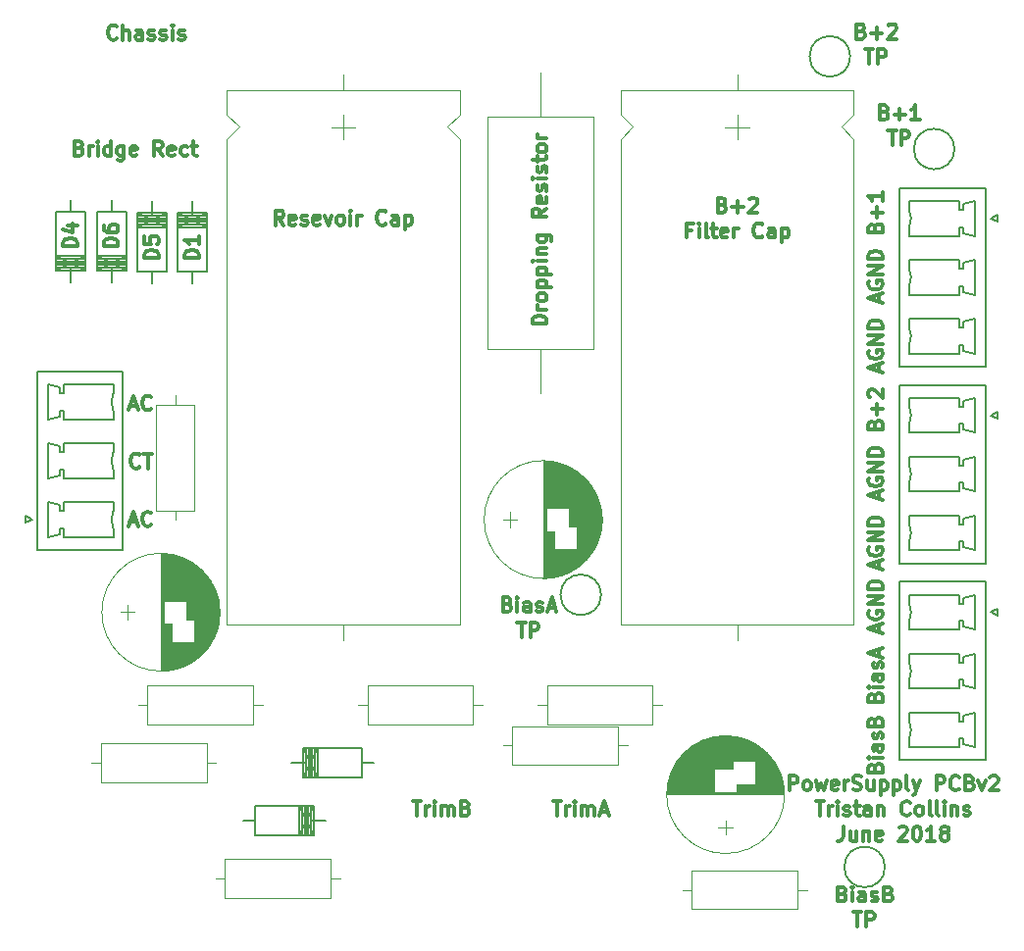
<source format=gbr>
%TF.GenerationSoftware,KiCad,Pcbnew,(5.1.5-0-10_14)*%
%TF.CreationDate,2020-09-13T21:19:58+01:00*%
%TF.ProjectId,PowerSupply,506f7765-7253-4757-9070-6c792e6b6963,rev?*%
%TF.SameCoordinates,Original*%
%TF.FileFunction,Legend,Top*%
%TF.FilePolarity,Positive*%
%FSLAX46Y46*%
G04 Gerber Fmt 4.6, Leading zero omitted, Abs format (unit mm)*
G04 Created by KiCad (PCBNEW (5.1.5-0-10_14)) date 2020-09-13 21:19:58*
%MOMM*%
%LPD*%
G04 APERTURE LIST*
%ADD10C,0.300000*%
%ADD11C,0.150000*%
%ADD12C,0.120000*%
G04 APERTURE END LIST*
D10*
X58565476Y-55422619D02*
X57315476Y-55422619D01*
X57315476Y-55125000D01*
X57375000Y-54946428D01*
X57494047Y-54827380D01*
X57613095Y-54767857D01*
X57851190Y-54708333D01*
X58029761Y-54708333D01*
X58267857Y-54767857D01*
X58386904Y-54827380D01*
X58505952Y-54946428D01*
X58565476Y-55125000D01*
X58565476Y-55422619D01*
X57315476Y-53636904D02*
X57315476Y-53875000D01*
X57375000Y-53994047D01*
X57434523Y-54053571D01*
X57613095Y-54172619D01*
X57851190Y-54232142D01*
X58327380Y-54232142D01*
X58446428Y-54172619D01*
X58505952Y-54113095D01*
X58565476Y-53994047D01*
X58565476Y-53755952D01*
X58505952Y-53636904D01*
X58446428Y-53577380D01*
X58327380Y-53517857D01*
X58029761Y-53517857D01*
X57910714Y-53577380D01*
X57851190Y-53636904D01*
X57791666Y-53755952D01*
X57791666Y-53994047D01*
X57851190Y-54113095D01*
X57910714Y-54172619D01*
X58029761Y-54232142D01*
X62065476Y-56422619D02*
X60815476Y-56422619D01*
X60815476Y-56125000D01*
X60875000Y-55946428D01*
X60994047Y-55827380D01*
X61113095Y-55767857D01*
X61351190Y-55708333D01*
X61529761Y-55708333D01*
X61767857Y-55767857D01*
X61886904Y-55827380D01*
X62005952Y-55946428D01*
X62065476Y-56125000D01*
X62065476Y-56422619D01*
X60815476Y-54577380D02*
X60815476Y-55172619D01*
X61410714Y-55232142D01*
X61351190Y-55172619D01*
X61291666Y-55053571D01*
X61291666Y-54755952D01*
X61351190Y-54636904D01*
X61410714Y-54577380D01*
X61529761Y-54517857D01*
X61827380Y-54517857D01*
X61946428Y-54577380D01*
X62005952Y-54636904D01*
X62065476Y-54755952D01*
X62065476Y-55053571D01*
X62005952Y-55172619D01*
X61946428Y-55232142D01*
X65565476Y-56422619D02*
X64315476Y-56422619D01*
X64315476Y-56125000D01*
X64375000Y-55946428D01*
X64494047Y-55827380D01*
X64613095Y-55767857D01*
X64851190Y-55708333D01*
X65029761Y-55708333D01*
X65267857Y-55767857D01*
X65386904Y-55827380D01*
X65505952Y-55946428D01*
X65565476Y-56125000D01*
X65565476Y-56422619D01*
X65565476Y-54517857D02*
X65565476Y-55232142D01*
X65565476Y-54875000D02*
X64315476Y-54875000D01*
X64494047Y-54994047D01*
X64613095Y-55113095D01*
X64672619Y-55232142D01*
X55065476Y-55422619D02*
X53815476Y-55422619D01*
X53815476Y-55125000D01*
X53875000Y-54946428D01*
X53994047Y-54827380D01*
X54113095Y-54767857D01*
X54351190Y-54708333D01*
X54529761Y-54708333D01*
X54767857Y-54767857D01*
X54886904Y-54827380D01*
X55005952Y-54946428D01*
X55065476Y-55125000D01*
X55065476Y-55422619D01*
X54232142Y-53636904D02*
X55065476Y-53636904D01*
X53755952Y-53934523D02*
X54648809Y-54232142D01*
X54648809Y-53458333D01*
X116511904Y-102390476D02*
X116511904Y-101140476D01*
X116988095Y-101140476D01*
X117107142Y-101200000D01*
X117166666Y-101259523D01*
X117226190Y-101378571D01*
X117226190Y-101557142D01*
X117166666Y-101676190D01*
X117107142Y-101735714D01*
X116988095Y-101795238D01*
X116511904Y-101795238D01*
X117940476Y-102390476D02*
X117821428Y-102330952D01*
X117761904Y-102271428D01*
X117702380Y-102152380D01*
X117702380Y-101795238D01*
X117761904Y-101676190D01*
X117821428Y-101616666D01*
X117940476Y-101557142D01*
X118119047Y-101557142D01*
X118238095Y-101616666D01*
X118297619Y-101676190D01*
X118357142Y-101795238D01*
X118357142Y-102152380D01*
X118297619Y-102271428D01*
X118238095Y-102330952D01*
X118119047Y-102390476D01*
X117940476Y-102390476D01*
X118773809Y-101557142D02*
X119011904Y-102390476D01*
X119250000Y-101795238D01*
X119488095Y-102390476D01*
X119726190Y-101557142D01*
X120678571Y-102330952D02*
X120559523Y-102390476D01*
X120321428Y-102390476D01*
X120202380Y-102330952D01*
X120142857Y-102211904D01*
X120142857Y-101735714D01*
X120202380Y-101616666D01*
X120321428Y-101557142D01*
X120559523Y-101557142D01*
X120678571Y-101616666D01*
X120738095Y-101735714D01*
X120738095Y-101854761D01*
X120142857Y-101973809D01*
X121273809Y-102390476D02*
X121273809Y-101557142D01*
X121273809Y-101795238D02*
X121333333Y-101676190D01*
X121392857Y-101616666D01*
X121511904Y-101557142D01*
X121630952Y-101557142D01*
X121988095Y-102330952D02*
X122166666Y-102390476D01*
X122464285Y-102390476D01*
X122583333Y-102330952D01*
X122642857Y-102271428D01*
X122702380Y-102152380D01*
X122702380Y-102033333D01*
X122642857Y-101914285D01*
X122583333Y-101854761D01*
X122464285Y-101795238D01*
X122226190Y-101735714D01*
X122107142Y-101676190D01*
X122047619Y-101616666D01*
X121988095Y-101497619D01*
X121988095Y-101378571D01*
X122047619Y-101259523D01*
X122107142Y-101200000D01*
X122226190Y-101140476D01*
X122523809Y-101140476D01*
X122702380Y-101200000D01*
X123773809Y-101557142D02*
X123773809Y-102390476D01*
X123238095Y-101557142D02*
X123238095Y-102211904D01*
X123297619Y-102330952D01*
X123416666Y-102390476D01*
X123595238Y-102390476D01*
X123714285Y-102330952D01*
X123773809Y-102271428D01*
X124369047Y-101557142D02*
X124369047Y-102807142D01*
X124369047Y-101616666D02*
X124488095Y-101557142D01*
X124726190Y-101557142D01*
X124845238Y-101616666D01*
X124904761Y-101676190D01*
X124964285Y-101795238D01*
X124964285Y-102152380D01*
X124904761Y-102271428D01*
X124845238Y-102330952D01*
X124726190Y-102390476D01*
X124488095Y-102390476D01*
X124369047Y-102330952D01*
X125500000Y-101557142D02*
X125500000Y-102807142D01*
X125500000Y-101616666D02*
X125619047Y-101557142D01*
X125857142Y-101557142D01*
X125976190Y-101616666D01*
X126035714Y-101676190D01*
X126095238Y-101795238D01*
X126095238Y-102152380D01*
X126035714Y-102271428D01*
X125976190Y-102330952D01*
X125857142Y-102390476D01*
X125619047Y-102390476D01*
X125500000Y-102330952D01*
X126809523Y-102390476D02*
X126690476Y-102330952D01*
X126630952Y-102211904D01*
X126630952Y-101140476D01*
X127166666Y-101557142D02*
X127464285Y-102390476D01*
X127761904Y-101557142D02*
X127464285Y-102390476D01*
X127345238Y-102688095D01*
X127285714Y-102747619D01*
X127166666Y-102807142D01*
X129190476Y-102390476D02*
X129190476Y-101140476D01*
X129666666Y-101140476D01*
X129785714Y-101200000D01*
X129845238Y-101259523D01*
X129904761Y-101378571D01*
X129904761Y-101557142D01*
X129845238Y-101676190D01*
X129785714Y-101735714D01*
X129666666Y-101795238D01*
X129190476Y-101795238D01*
X131154761Y-102271428D02*
X131095238Y-102330952D01*
X130916666Y-102390476D01*
X130797619Y-102390476D01*
X130619047Y-102330952D01*
X130500000Y-102211904D01*
X130440476Y-102092857D01*
X130380952Y-101854761D01*
X130380952Y-101676190D01*
X130440476Y-101438095D01*
X130500000Y-101319047D01*
X130619047Y-101200000D01*
X130797619Y-101140476D01*
X130916666Y-101140476D01*
X131095238Y-101200000D01*
X131154761Y-101259523D01*
X132107142Y-101735714D02*
X132285714Y-101795238D01*
X132345238Y-101854761D01*
X132404761Y-101973809D01*
X132404761Y-102152380D01*
X132345238Y-102271428D01*
X132285714Y-102330952D01*
X132166666Y-102390476D01*
X131690476Y-102390476D01*
X131690476Y-101140476D01*
X132107142Y-101140476D01*
X132226190Y-101200000D01*
X132285714Y-101259523D01*
X132345238Y-101378571D01*
X132345238Y-101497619D01*
X132285714Y-101616666D01*
X132226190Y-101676190D01*
X132107142Y-101735714D01*
X131690476Y-101735714D01*
X132821428Y-101557142D02*
X133119047Y-102390476D01*
X133416666Y-101557142D01*
X133833333Y-101259523D02*
X133892857Y-101200000D01*
X134011904Y-101140476D01*
X134309523Y-101140476D01*
X134428571Y-101200000D01*
X134488095Y-101259523D01*
X134547619Y-101378571D01*
X134547619Y-101497619D01*
X134488095Y-101676190D01*
X133773809Y-102390476D01*
X134547619Y-102390476D01*
X118773809Y-103315476D02*
X119488095Y-103315476D01*
X119130952Y-104565476D02*
X119130952Y-103315476D01*
X119904761Y-104565476D02*
X119904761Y-103732142D01*
X119904761Y-103970238D02*
X119964285Y-103851190D01*
X120023809Y-103791666D01*
X120142857Y-103732142D01*
X120261904Y-103732142D01*
X120678571Y-104565476D02*
X120678571Y-103732142D01*
X120678571Y-103315476D02*
X120619047Y-103375000D01*
X120678571Y-103434523D01*
X120738095Y-103375000D01*
X120678571Y-103315476D01*
X120678571Y-103434523D01*
X121214285Y-104505952D02*
X121333333Y-104565476D01*
X121571428Y-104565476D01*
X121690476Y-104505952D01*
X121750000Y-104386904D01*
X121750000Y-104327380D01*
X121690476Y-104208333D01*
X121571428Y-104148809D01*
X121392857Y-104148809D01*
X121273809Y-104089285D01*
X121214285Y-103970238D01*
X121214285Y-103910714D01*
X121273809Y-103791666D01*
X121392857Y-103732142D01*
X121571428Y-103732142D01*
X121690476Y-103791666D01*
X122107142Y-103732142D02*
X122583333Y-103732142D01*
X122285714Y-103315476D02*
X122285714Y-104386904D01*
X122345238Y-104505952D01*
X122464285Y-104565476D01*
X122583333Y-104565476D01*
X123535714Y-104565476D02*
X123535714Y-103910714D01*
X123476190Y-103791666D01*
X123357142Y-103732142D01*
X123119047Y-103732142D01*
X123000000Y-103791666D01*
X123535714Y-104505952D02*
X123416666Y-104565476D01*
X123119047Y-104565476D01*
X123000000Y-104505952D01*
X122940476Y-104386904D01*
X122940476Y-104267857D01*
X123000000Y-104148809D01*
X123119047Y-104089285D01*
X123416666Y-104089285D01*
X123535714Y-104029761D01*
X124130952Y-103732142D02*
X124130952Y-104565476D01*
X124130952Y-103851190D02*
X124190476Y-103791666D01*
X124309523Y-103732142D01*
X124488095Y-103732142D01*
X124607142Y-103791666D01*
X124666666Y-103910714D01*
X124666666Y-104565476D01*
X126928571Y-104446428D02*
X126869047Y-104505952D01*
X126690476Y-104565476D01*
X126571428Y-104565476D01*
X126392857Y-104505952D01*
X126273809Y-104386904D01*
X126214285Y-104267857D01*
X126154761Y-104029761D01*
X126154761Y-103851190D01*
X126214285Y-103613095D01*
X126273809Y-103494047D01*
X126392857Y-103375000D01*
X126571428Y-103315476D01*
X126690476Y-103315476D01*
X126869047Y-103375000D01*
X126928571Y-103434523D01*
X127642857Y-104565476D02*
X127523809Y-104505952D01*
X127464285Y-104446428D01*
X127404761Y-104327380D01*
X127404761Y-103970238D01*
X127464285Y-103851190D01*
X127523809Y-103791666D01*
X127642857Y-103732142D01*
X127821428Y-103732142D01*
X127940476Y-103791666D01*
X128000000Y-103851190D01*
X128059523Y-103970238D01*
X128059523Y-104327380D01*
X128000000Y-104446428D01*
X127940476Y-104505952D01*
X127821428Y-104565476D01*
X127642857Y-104565476D01*
X128773809Y-104565476D02*
X128654761Y-104505952D01*
X128595238Y-104386904D01*
X128595238Y-103315476D01*
X129428571Y-104565476D02*
X129309523Y-104505952D01*
X129250000Y-104386904D01*
X129250000Y-103315476D01*
X129904761Y-104565476D02*
X129904761Y-103732142D01*
X129904761Y-103315476D02*
X129845238Y-103375000D01*
X129904761Y-103434523D01*
X129964285Y-103375000D01*
X129904761Y-103315476D01*
X129904761Y-103434523D01*
X130500000Y-103732142D02*
X130500000Y-104565476D01*
X130500000Y-103851190D02*
X130559523Y-103791666D01*
X130678571Y-103732142D01*
X130857142Y-103732142D01*
X130976190Y-103791666D01*
X131035714Y-103910714D01*
X131035714Y-104565476D01*
X131571428Y-104505952D02*
X131690476Y-104565476D01*
X131928571Y-104565476D01*
X132047619Y-104505952D01*
X132107142Y-104386904D01*
X132107142Y-104327380D01*
X132047619Y-104208333D01*
X131928571Y-104148809D01*
X131750000Y-104148809D01*
X131630952Y-104089285D01*
X131571428Y-103970238D01*
X131571428Y-103910714D01*
X131630952Y-103791666D01*
X131750000Y-103732142D01*
X131928571Y-103732142D01*
X132047619Y-103791666D01*
X121154761Y-105490476D02*
X121154761Y-106383333D01*
X121095238Y-106561904D01*
X120976190Y-106680952D01*
X120797619Y-106740476D01*
X120678571Y-106740476D01*
X122285714Y-105907142D02*
X122285714Y-106740476D01*
X121750000Y-105907142D02*
X121750000Y-106561904D01*
X121809523Y-106680952D01*
X121928571Y-106740476D01*
X122107142Y-106740476D01*
X122226190Y-106680952D01*
X122285714Y-106621428D01*
X122880952Y-105907142D02*
X122880952Y-106740476D01*
X122880952Y-106026190D02*
X122940476Y-105966666D01*
X123059523Y-105907142D01*
X123238095Y-105907142D01*
X123357142Y-105966666D01*
X123416666Y-106085714D01*
X123416666Y-106740476D01*
X124488095Y-106680952D02*
X124369047Y-106740476D01*
X124130952Y-106740476D01*
X124011904Y-106680952D01*
X123952380Y-106561904D01*
X123952380Y-106085714D01*
X124011904Y-105966666D01*
X124130952Y-105907142D01*
X124369047Y-105907142D01*
X124488095Y-105966666D01*
X124547619Y-106085714D01*
X124547619Y-106204761D01*
X123952380Y-106323809D01*
X125976190Y-105609523D02*
X126035714Y-105550000D01*
X126154761Y-105490476D01*
X126452380Y-105490476D01*
X126571428Y-105550000D01*
X126630952Y-105609523D01*
X126690476Y-105728571D01*
X126690476Y-105847619D01*
X126630952Y-106026190D01*
X125916666Y-106740476D01*
X126690476Y-106740476D01*
X127464285Y-105490476D02*
X127583333Y-105490476D01*
X127702380Y-105550000D01*
X127761904Y-105609523D01*
X127821428Y-105728571D01*
X127880952Y-105966666D01*
X127880952Y-106264285D01*
X127821428Y-106502380D01*
X127761904Y-106621428D01*
X127702380Y-106680952D01*
X127583333Y-106740476D01*
X127464285Y-106740476D01*
X127345238Y-106680952D01*
X127285714Y-106621428D01*
X127226190Y-106502380D01*
X127166666Y-106264285D01*
X127166666Y-105966666D01*
X127226190Y-105728571D01*
X127285714Y-105609523D01*
X127345238Y-105550000D01*
X127464285Y-105490476D01*
X129071428Y-106740476D02*
X128357142Y-106740476D01*
X128714285Y-106740476D02*
X128714285Y-105490476D01*
X128595238Y-105669047D01*
X128476190Y-105788095D01*
X128357142Y-105847619D01*
X129785714Y-106026190D02*
X129666666Y-105966666D01*
X129607142Y-105907142D01*
X129547619Y-105788095D01*
X129547619Y-105728571D01*
X129607142Y-105609523D01*
X129666666Y-105550000D01*
X129785714Y-105490476D01*
X130023809Y-105490476D01*
X130142857Y-105550000D01*
X130202380Y-105609523D01*
X130261904Y-105728571D01*
X130261904Y-105788095D01*
X130202380Y-105907142D01*
X130142857Y-105966666D01*
X130023809Y-106026190D01*
X129785714Y-106026190D01*
X129666666Y-106085714D01*
X129607142Y-106145238D01*
X129547619Y-106264285D01*
X129547619Y-106502380D01*
X129607142Y-106621428D01*
X129666666Y-106680952D01*
X129785714Y-106740476D01*
X130023809Y-106740476D01*
X130142857Y-106680952D01*
X130202380Y-106621428D01*
X130261904Y-106502380D01*
X130261904Y-106264285D01*
X130202380Y-106145238D01*
X130142857Y-106085714D01*
X130023809Y-106026190D01*
X121095238Y-111323214D02*
X121273809Y-111382738D01*
X121333333Y-111442261D01*
X121392857Y-111561309D01*
X121392857Y-111739880D01*
X121333333Y-111858928D01*
X121273809Y-111918452D01*
X121154761Y-111977976D01*
X120678571Y-111977976D01*
X120678571Y-110727976D01*
X121095238Y-110727976D01*
X121214285Y-110787500D01*
X121273809Y-110847023D01*
X121333333Y-110966071D01*
X121333333Y-111085119D01*
X121273809Y-111204166D01*
X121214285Y-111263690D01*
X121095238Y-111323214D01*
X120678571Y-111323214D01*
X121928571Y-111977976D02*
X121928571Y-111144642D01*
X121928571Y-110727976D02*
X121869047Y-110787500D01*
X121928571Y-110847023D01*
X121988095Y-110787500D01*
X121928571Y-110727976D01*
X121928571Y-110847023D01*
X123059523Y-111977976D02*
X123059523Y-111323214D01*
X123000000Y-111204166D01*
X122880952Y-111144642D01*
X122642857Y-111144642D01*
X122523809Y-111204166D01*
X123059523Y-111918452D02*
X122940476Y-111977976D01*
X122642857Y-111977976D01*
X122523809Y-111918452D01*
X122464285Y-111799404D01*
X122464285Y-111680357D01*
X122523809Y-111561309D01*
X122642857Y-111501785D01*
X122940476Y-111501785D01*
X123059523Y-111442261D01*
X123595238Y-111918452D02*
X123714285Y-111977976D01*
X123952380Y-111977976D01*
X124071428Y-111918452D01*
X124130952Y-111799404D01*
X124130952Y-111739880D01*
X124071428Y-111620833D01*
X123952380Y-111561309D01*
X123773809Y-111561309D01*
X123654761Y-111501785D01*
X123595238Y-111382738D01*
X123595238Y-111323214D01*
X123654761Y-111204166D01*
X123773809Y-111144642D01*
X123952380Y-111144642D01*
X124071428Y-111204166D01*
X125083333Y-111323214D02*
X125261904Y-111382738D01*
X125321428Y-111442261D01*
X125380952Y-111561309D01*
X125380952Y-111739880D01*
X125321428Y-111858928D01*
X125261904Y-111918452D01*
X125142857Y-111977976D01*
X124666666Y-111977976D01*
X124666666Y-110727976D01*
X125083333Y-110727976D01*
X125202380Y-110787500D01*
X125261904Y-110847023D01*
X125321428Y-110966071D01*
X125321428Y-111085119D01*
X125261904Y-111204166D01*
X125202380Y-111263690D01*
X125083333Y-111323214D01*
X124666666Y-111323214D01*
X122017857Y-112902976D02*
X122732142Y-112902976D01*
X122375000Y-114152976D02*
X122375000Y-112902976D01*
X123148809Y-114152976D02*
X123148809Y-112902976D01*
X123625000Y-112902976D01*
X123744047Y-112962500D01*
X123803571Y-113022023D01*
X123863095Y-113141071D01*
X123863095Y-113319642D01*
X123803571Y-113438690D01*
X123744047Y-113498214D01*
X123625000Y-113557738D01*
X123148809Y-113557738D01*
X92184523Y-86323214D02*
X92363095Y-86382738D01*
X92422619Y-86442261D01*
X92482142Y-86561309D01*
X92482142Y-86739880D01*
X92422619Y-86858928D01*
X92363095Y-86918452D01*
X92244047Y-86977976D01*
X91767857Y-86977976D01*
X91767857Y-85727976D01*
X92184523Y-85727976D01*
X92303571Y-85787500D01*
X92363095Y-85847023D01*
X92422619Y-85966071D01*
X92422619Y-86085119D01*
X92363095Y-86204166D01*
X92303571Y-86263690D01*
X92184523Y-86323214D01*
X91767857Y-86323214D01*
X93017857Y-86977976D02*
X93017857Y-86144642D01*
X93017857Y-85727976D02*
X92958333Y-85787500D01*
X93017857Y-85847023D01*
X93077380Y-85787500D01*
X93017857Y-85727976D01*
X93017857Y-85847023D01*
X94148809Y-86977976D02*
X94148809Y-86323214D01*
X94089285Y-86204166D01*
X93970238Y-86144642D01*
X93732142Y-86144642D01*
X93613095Y-86204166D01*
X94148809Y-86918452D02*
X94029761Y-86977976D01*
X93732142Y-86977976D01*
X93613095Y-86918452D01*
X93553571Y-86799404D01*
X93553571Y-86680357D01*
X93613095Y-86561309D01*
X93732142Y-86501785D01*
X94029761Y-86501785D01*
X94148809Y-86442261D01*
X94684523Y-86918452D02*
X94803571Y-86977976D01*
X95041666Y-86977976D01*
X95160714Y-86918452D01*
X95220238Y-86799404D01*
X95220238Y-86739880D01*
X95160714Y-86620833D01*
X95041666Y-86561309D01*
X94863095Y-86561309D01*
X94744047Y-86501785D01*
X94684523Y-86382738D01*
X94684523Y-86323214D01*
X94744047Y-86204166D01*
X94863095Y-86144642D01*
X95041666Y-86144642D01*
X95160714Y-86204166D01*
X95696428Y-86620833D02*
X96291666Y-86620833D01*
X95577380Y-86977976D02*
X95994047Y-85727976D01*
X96410714Y-86977976D01*
X93017857Y-87902976D02*
X93732142Y-87902976D01*
X93375000Y-89152976D02*
X93375000Y-87902976D01*
X94148809Y-89152976D02*
X94148809Y-87902976D01*
X94625000Y-87902976D01*
X94744047Y-87962500D01*
X94803571Y-88022023D01*
X94863095Y-88141071D01*
X94863095Y-88319642D01*
X94803571Y-88438690D01*
X94744047Y-88498214D01*
X94625000Y-88557738D01*
X94148809Y-88557738D01*
X122720238Y-36823214D02*
X122898809Y-36882738D01*
X122958333Y-36942261D01*
X123017857Y-37061309D01*
X123017857Y-37239880D01*
X122958333Y-37358928D01*
X122898809Y-37418452D01*
X122779761Y-37477976D01*
X122303571Y-37477976D01*
X122303571Y-36227976D01*
X122720238Y-36227976D01*
X122839285Y-36287500D01*
X122898809Y-36347023D01*
X122958333Y-36466071D01*
X122958333Y-36585119D01*
X122898809Y-36704166D01*
X122839285Y-36763690D01*
X122720238Y-36823214D01*
X122303571Y-36823214D01*
X123553571Y-37001785D02*
X124505952Y-37001785D01*
X124029761Y-37477976D02*
X124029761Y-36525595D01*
X125041666Y-36347023D02*
X125101190Y-36287500D01*
X125220238Y-36227976D01*
X125517857Y-36227976D01*
X125636904Y-36287500D01*
X125696428Y-36347023D01*
X125755952Y-36466071D01*
X125755952Y-36585119D01*
X125696428Y-36763690D01*
X124982142Y-37477976D01*
X125755952Y-37477976D01*
X123017857Y-38402976D02*
X123732142Y-38402976D01*
X123375000Y-39652976D02*
X123375000Y-38402976D01*
X124148809Y-39652976D02*
X124148809Y-38402976D01*
X124625000Y-38402976D01*
X124744047Y-38462500D01*
X124803571Y-38522023D01*
X124863095Y-38641071D01*
X124863095Y-38819642D01*
X124803571Y-38938690D01*
X124744047Y-38998214D01*
X124625000Y-39057738D01*
X124148809Y-39057738D01*
X124720238Y-43823214D02*
X124898809Y-43882738D01*
X124958333Y-43942261D01*
X125017857Y-44061309D01*
X125017857Y-44239880D01*
X124958333Y-44358928D01*
X124898809Y-44418452D01*
X124779761Y-44477976D01*
X124303571Y-44477976D01*
X124303571Y-43227976D01*
X124720238Y-43227976D01*
X124839285Y-43287500D01*
X124898809Y-43347023D01*
X124958333Y-43466071D01*
X124958333Y-43585119D01*
X124898809Y-43704166D01*
X124839285Y-43763690D01*
X124720238Y-43823214D01*
X124303571Y-43823214D01*
X125553571Y-44001785D02*
X126505952Y-44001785D01*
X126029761Y-44477976D02*
X126029761Y-43525595D01*
X127755952Y-44477976D02*
X127041666Y-44477976D01*
X127398809Y-44477976D02*
X127398809Y-43227976D01*
X127279761Y-43406547D01*
X127160714Y-43525595D01*
X127041666Y-43585119D01*
X125017857Y-45402976D02*
X125732142Y-45402976D01*
X125375000Y-46652976D02*
X125375000Y-45402976D01*
X126148809Y-46652976D02*
X126148809Y-45402976D01*
X126625000Y-45402976D01*
X126744047Y-45462500D01*
X126803571Y-45522023D01*
X126863095Y-45641071D01*
X126863095Y-45819642D01*
X126803571Y-45938690D01*
X126744047Y-45998214D01*
X126625000Y-46057738D01*
X126148809Y-46057738D01*
X96089285Y-103315476D02*
X96803571Y-103315476D01*
X96446428Y-104565476D02*
X96446428Y-103315476D01*
X97220238Y-104565476D02*
X97220238Y-103732142D01*
X97220238Y-103970238D02*
X97279761Y-103851190D01*
X97339285Y-103791666D01*
X97458333Y-103732142D01*
X97577380Y-103732142D01*
X97994047Y-104565476D02*
X97994047Y-103732142D01*
X97994047Y-103315476D02*
X97934523Y-103375000D01*
X97994047Y-103434523D01*
X98053571Y-103375000D01*
X97994047Y-103315476D01*
X97994047Y-103434523D01*
X98589285Y-104565476D02*
X98589285Y-103732142D01*
X98589285Y-103851190D02*
X98648809Y-103791666D01*
X98767857Y-103732142D01*
X98946428Y-103732142D01*
X99065476Y-103791666D01*
X99125000Y-103910714D01*
X99125000Y-104565476D01*
X99125000Y-103910714D02*
X99184523Y-103791666D01*
X99303571Y-103732142D01*
X99482142Y-103732142D01*
X99601190Y-103791666D01*
X99660714Y-103910714D01*
X99660714Y-104565476D01*
X100196428Y-104208333D02*
X100791666Y-104208333D01*
X100077380Y-104565476D02*
X100494047Y-103315476D01*
X100910714Y-104565476D01*
X84000000Y-103315476D02*
X84714285Y-103315476D01*
X84357142Y-104565476D02*
X84357142Y-103315476D01*
X85130952Y-104565476D02*
X85130952Y-103732142D01*
X85130952Y-103970238D02*
X85190476Y-103851190D01*
X85250000Y-103791666D01*
X85369047Y-103732142D01*
X85488095Y-103732142D01*
X85904761Y-104565476D02*
X85904761Y-103732142D01*
X85904761Y-103315476D02*
X85845238Y-103375000D01*
X85904761Y-103434523D01*
X85964285Y-103375000D01*
X85904761Y-103315476D01*
X85904761Y-103434523D01*
X86500000Y-104565476D02*
X86500000Y-103732142D01*
X86500000Y-103851190D02*
X86559523Y-103791666D01*
X86678571Y-103732142D01*
X86857142Y-103732142D01*
X86976190Y-103791666D01*
X87035714Y-103910714D01*
X87035714Y-104565476D01*
X87035714Y-103910714D02*
X87095238Y-103791666D01*
X87214285Y-103732142D01*
X87392857Y-103732142D01*
X87511904Y-103791666D01*
X87571428Y-103910714D01*
X87571428Y-104565476D01*
X88583333Y-103910714D02*
X88761904Y-103970238D01*
X88821428Y-104029761D01*
X88880952Y-104148809D01*
X88880952Y-104327380D01*
X88821428Y-104446428D01*
X88761904Y-104505952D01*
X88642857Y-104565476D01*
X88166666Y-104565476D01*
X88166666Y-103315476D01*
X88583333Y-103315476D01*
X88702380Y-103375000D01*
X88761904Y-103434523D01*
X88821428Y-103553571D01*
X88821428Y-103672619D01*
X88761904Y-103791666D01*
X88702380Y-103851190D01*
X88583333Y-103910714D01*
X88166666Y-103910714D01*
X55208333Y-46910714D02*
X55386904Y-46970238D01*
X55446428Y-47029761D01*
X55505952Y-47148809D01*
X55505952Y-47327380D01*
X55446428Y-47446428D01*
X55386904Y-47505952D01*
X55267857Y-47565476D01*
X54791666Y-47565476D01*
X54791666Y-46315476D01*
X55208333Y-46315476D01*
X55327380Y-46375000D01*
X55386904Y-46434523D01*
X55446428Y-46553571D01*
X55446428Y-46672619D01*
X55386904Y-46791666D01*
X55327380Y-46851190D01*
X55208333Y-46910714D01*
X54791666Y-46910714D01*
X56041666Y-47565476D02*
X56041666Y-46732142D01*
X56041666Y-46970238D02*
X56101190Y-46851190D01*
X56160714Y-46791666D01*
X56279761Y-46732142D01*
X56398809Y-46732142D01*
X56815476Y-47565476D02*
X56815476Y-46732142D01*
X56815476Y-46315476D02*
X56755952Y-46375000D01*
X56815476Y-46434523D01*
X56875000Y-46375000D01*
X56815476Y-46315476D01*
X56815476Y-46434523D01*
X57946428Y-47565476D02*
X57946428Y-46315476D01*
X57946428Y-47505952D02*
X57827380Y-47565476D01*
X57589285Y-47565476D01*
X57470238Y-47505952D01*
X57410714Y-47446428D01*
X57351190Y-47327380D01*
X57351190Y-46970238D01*
X57410714Y-46851190D01*
X57470238Y-46791666D01*
X57589285Y-46732142D01*
X57827380Y-46732142D01*
X57946428Y-46791666D01*
X59077380Y-46732142D02*
X59077380Y-47744047D01*
X59017857Y-47863095D01*
X58958333Y-47922619D01*
X58839285Y-47982142D01*
X58660714Y-47982142D01*
X58541666Y-47922619D01*
X59077380Y-47505952D02*
X58958333Y-47565476D01*
X58720238Y-47565476D01*
X58601190Y-47505952D01*
X58541666Y-47446428D01*
X58482142Y-47327380D01*
X58482142Y-46970238D01*
X58541666Y-46851190D01*
X58601190Y-46791666D01*
X58720238Y-46732142D01*
X58958333Y-46732142D01*
X59077380Y-46791666D01*
X60148809Y-47505952D02*
X60029761Y-47565476D01*
X59791666Y-47565476D01*
X59672619Y-47505952D01*
X59613095Y-47386904D01*
X59613095Y-46910714D01*
X59672619Y-46791666D01*
X59791666Y-46732142D01*
X60029761Y-46732142D01*
X60148809Y-46791666D01*
X60208333Y-46910714D01*
X60208333Y-47029761D01*
X59613095Y-47148809D01*
X62410714Y-47565476D02*
X61994047Y-46970238D01*
X61696428Y-47565476D02*
X61696428Y-46315476D01*
X62172619Y-46315476D01*
X62291666Y-46375000D01*
X62351190Y-46434523D01*
X62410714Y-46553571D01*
X62410714Y-46732142D01*
X62351190Y-46851190D01*
X62291666Y-46910714D01*
X62172619Y-46970238D01*
X61696428Y-46970238D01*
X63422619Y-47505952D02*
X63303571Y-47565476D01*
X63065476Y-47565476D01*
X62946428Y-47505952D01*
X62886904Y-47386904D01*
X62886904Y-46910714D01*
X62946428Y-46791666D01*
X63065476Y-46732142D01*
X63303571Y-46732142D01*
X63422619Y-46791666D01*
X63482142Y-46910714D01*
X63482142Y-47029761D01*
X62886904Y-47148809D01*
X64553571Y-47505952D02*
X64434523Y-47565476D01*
X64196428Y-47565476D01*
X64077380Y-47505952D01*
X64017857Y-47446428D01*
X63958333Y-47327380D01*
X63958333Y-46970238D01*
X64017857Y-46851190D01*
X64077380Y-46791666D01*
X64196428Y-46732142D01*
X64434523Y-46732142D01*
X64553571Y-46791666D01*
X64910714Y-46732142D02*
X65386904Y-46732142D01*
X65089285Y-46315476D02*
X65089285Y-47386904D01*
X65148809Y-47505952D01*
X65267857Y-47565476D01*
X65386904Y-47565476D01*
X123910714Y-94315476D02*
X123970238Y-94136904D01*
X124029761Y-94077380D01*
X124148809Y-94017857D01*
X124327380Y-94017857D01*
X124446428Y-94077380D01*
X124505952Y-94136904D01*
X124565476Y-94255952D01*
X124565476Y-94732142D01*
X123315476Y-94732142D01*
X123315476Y-94315476D01*
X123375000Y-94196428D01*
X123434523Y-94136904D01*
X123553571Y-94077380D01*
X123672619Y-94077380D01*
X123791666Y-94136904D01*
X123851190Y-94196428D01*
X123910714Y-94315476D01*
X123910714Y-94732142D01*
X124565476Y-93482142D02*
X123732142Y-93482142D01*
X123315476Y-93482142D02*
X123375000Y-93541666D01*
X123434523Y-93482142D01*
X123375000Y-93422619D01*
X123315476Y-93482142D01*
X123434523Y-93482142D01*
X124565476Y-92351190D02*
X123910714Y-92351190D01*
X123791666Y-92410714D01*
X123732142Y-92529761D01*
X123732142Y-92767857D01*
X123791666Y-92886904D01*
X124505952Y-92351190D02*
X124565476Y-92470238D01*
X124565476Y-92767857D01*
X124505952Y-92886904D01*
X124386904Y-92946428D01*
X124267857Y-92946428D01*
X124148809Y-92886904D01*
X124089285Y-92767857D01*
X124089285Y-92470238D01*
X124029761Y-92351190D01*
X124505952Y-91815476D02*
X124565476Y-91696428D01*
X124565476Y-91458333D01*
X124505952Y-91339285D01*
X124386904Y-91279761D01*
X124327380Y-91279761D01*
X124208333Y-91339285D01*
X124148809Y-91458333D01*
X124148809Y-91636904D01*
X124089285Y-91755952D01*
X123970238Y-91815476D01*
X123910714Y-91815476D01*
X123791666Y-91755952D01*
X123732142Y-91636904D01*
X123732142Y-91458333D01*
X123791666Y-91339285D01*
X124208333Y-90803571D02*
X124208333Y-90208333D01*
X124565476Y-90922619D02*
X123315476Y-90505952D01*
X124565476Y-90089285D01*
X123910714Y-100404761D02*
X123970238Y-100226190D01*
X124029761Y-100166666D01*
X124148809Y-100107142D01*
X124327380Y-100107142D01*
X124446428Y-100166666D01*
X124505952Y-100226190D01*
X124565476Y-100345238D01*
X124565476Y-100821428D01*
X123315476Y-100821428D01*
X123315476Y-100404761D01*
X123375000Y-100285714D01*
X123434523Y-100226190D01*
X123553571Y-100166666D01*
X123672619Y-100166666D01*
X123791666Y-100226190D01*
X123851190Y-100285714D01*
X123910714Y-100404761D01*
X123910714Y-100821428D01*
X124565476Y-99571428D02*
X123732142Y-99571428D01*
X123315476Y-99571428D02*
X123375000Y-99630952D01*
X123434523Y-99571428D01*
X123375000Y-99511904D01*
X123315476Y-99571428D01*
X123434523Y-99571428D01*
X124565476Y-98440476D02*
X123910714Y-98440476D01*
X123791666Y-98500000D01*
X123732142Y-98619047D01*
X123732142Y-98857142D01*
X123791666Y-98976190D01*
X124505952Y-98440476D02*
X124565476Y-98559523D01*
X124565476Y-98857142D01*
X124505952Y-98976190D01*
X124386904Y-99035714D01*
X124267857Y-99035714D01*
X124148809Y-98976190D01*
X124089285Y-98857142D01*
X124089285Y-98559523D01*
X124029761Y-98440476D01*
X124505952Y-97904761D02*
X124565476Y-97785714D01*
X124565476Y-97547619D01*
X124505952Y-97428571D01*
X124386904Y-97369047D01*
X124327380Y-97369047D01*
X124208333Y-97428571D01*
X124148809Y-97547619D01*
X124148809Y-97726190D01*
X124089285Y-97845238D01*
X123970238Y-97904761D01*
X123910714Y-97904761D01*
X123791666Y-97845238D01*
X123732142Y-97726190D01*
X123732142Y-97547619D01*
X123791666Y-97428571D01*
X123910714Y-96416666D02*
X123970238Y-96238095D01*
X124029761Y-96178571D01*
X124148809Y-96119047D01*
X124327380Y-96119047D01*
X124446428Y-96178571D01*
X124505952Y-96238095D01*
X124565476Y-96357142D01*
X124565476Y-96833333D01*
X123315476Y-96833333D01*
X123315476Y-96416666D01*
X123375000Y-96297619D01*
X123434523Y-96238095D01*
X123553571Y-96178571D01*
X123672619Y-96178571D01*
X123791666Y-96238095D01*
X123851190Y-96297619D01*
X123910714Y-96416666D01*
X123910714Y-96833333D01*
X124208333Y-88702380D02*
X124208333Y-88107142D01*
X124565476Y-88821428D02*
X123315476Y-88404761D01*
X124565476Y-87988095D01*
X123375000Y-86916666D02*
X123315476Y-87035714D01*
X123315476Y-87214285D01*
X123375000Y-87392857D01*
X123494047Y-87511904D01*
X123613095Y-87571428D01*
X123851190Y-87630952D01*
X124029761Y-87630952D01*
X124267857Y-87571428D01*
X124386904Y-87511904D01*
X124505952Y-87392857D01*
X124565476Y-87214285D01*
X124565476Y-87095238D01*
X124505952Y-86916666D01*
X124446428Y-86857142D01*
X124029761Y-86857142D01*
X124029761Y-87095238D01*
X124565476Y-86321428D02*
X123315476Y-86321428D01*
X124565476Y-85607142D01*
X123315476Y-85607142D01*
X124565476Y-85011904D02*
X123315476Y-85011904D01*
X123315476Y-84714285D01*
X123375000Y-84535714D01*
X123494047Y-84416666D01*
X123613095Y-84357142D01*
X123851190Y-84297619D01*
X124029761Y-84297619D01*
X124267857Y-84357142D01*
X124386904Y-84416666D01*
X124505952Y-84535714D01*
X124565476Y-84714285D01*
X124565476Y-85011904D01*
X124208333Y-83202380D02*
X124208333Y-82607142D01*
X124565476Y-83321428D02*
X123315476Y-82904761D01*
X124565476Y-82488095D01*
X123375000Y-81416666D02*
X123315476Y-81535714D01*
X123315476Y-81714285D01*
X123375000Y-81892857D01*
X123494047Y-82011904D01*
X123613095Y-82071428D01*
X123851190Y-82130952D01*
X124029761Y-82130952D01*
X124267857Y-82071428D01*
X124386904Y-82011904D01*
X124505952Y-81892857D01*
X124565476Y-81714285D01*
X124565476Y-81595238D01*
X124505952Y-81416666D01*
X124446428Y-81357142D01*
X124029761Y-81357142D01*
X124029761Y-81595238D01*
X124565476Y-80821428D02*
X123315476Y-80821428D01*
X124565476Y-80107142D01*
X123315476Y-80107142D01*
X124565476Y-79511904D02*
X123315476Y-79511904D01*
X123315476Y-79214285D01*
X123375000Y-79035714D01*
X123494047Y-78916666D01*
X123613095Y-78857142D01*
X123851190Y-78797619D01*
X124029761Y-78797619D01*
X124267857Y-78857142D01*
X124386904Y-78916666D01*
X124505952Y-79035714D01*
X124565476Y-79214285D01*
X124565476Y-79511904D01*
X124208333Y-77202380D02*
X124208333Y-76607142D01*
X124565476Y-77321428D02*
X123315476Y-76904761D01*
X124565476Y-76488095D01*
X123375000Y-75416666D02*
X123315476Y-75535714D01*
X123315476Y-75714285D01*
X123375000Y-75892857D01*
X123494047Y-76011904D01*
X123613095Y-76071428D01*
X123851190Y-76130952D01*
X124029761Y-76130952D01*
X124267857Y-76071428D01*
X124386904Y-76011904D01*
X124505952Y-75892857D01*
X124565476Y-75714285D01*
X124565476Y-75595238D01*
X124505952Y-75416666D01*
X124446428Y-75357142D01*
X124029761Y-75357142D01*
X124029761Y-75595238D01*
X124565476Y-74821428D02*
X123315476Y-74821428D01*
X124565476Y-74107142D01*
X123315476Y-74107142D01*
X124565476Y-73511904D02*
X123315476Y-73511904D01*
X123315476Y-73214285D01*
X123375000Y-73035714D01*
X123494047Y-72916666D01*
X123613095Y-72857142D01*
X123851190Y-72797619D01*
X124029761Y-72797619D01*
X124267857Y-72857142D01*
X124386904Y-72916666D01*
X124505952Y-73035714D01*
X124565476Y-73214285D01*
X124565476Y-73511904D01*
X124208333Y-66202380D02*
X124208333Y-65607142D01*
X124565476Y-66321428D02*
X123315476Y-65904761D01*
X124565476Y-65488095D01*
X123375000Y-64416666D02*
X123315476Y-64535714D01*
X123315476Y-64714285D01*
X123375000Y-64892857D01*
X123494047Y-65011904D01*
X123613095Y-65071428D01*
X123851190Y-65130952D01*
X124029761Y-65130952D01*
X124267857Y-65071428D01*
X124386904Y-65011904D01*
X124505952Y-64892857D01*
X124565476Y-64714285D01*
X124565476Y-64595238D01*
X124505952Y-64416666D01*
X124446428Y-64357142D01*
X124029761Y-64357142D01*
X124029761Y-64595238D01*
X124565476Y-63821428D02*
X123315476Y-63821428D01*
X124565476Y-63107142D01*
X123315476Y-63107142D01*
X124565476Y-62511904D02*
X123315476Y-62511904D01*
X123315476Y-62214285D01*
X123375000Y-62035714D01*
X123494047Y-61916666D01*
X123613095Y-61857142D01*
X123851190Y-61797619D01*
X124029761Y-61797619D01*
X124267857Y-61857142D01*
X124386904Y-61916666D01*
X124505952Y-62035714D01*
X124565476Y-62214285D01*
X124565476Y-62511904D01*
X124208333Y-60202380D02*
X124208333Y-59607142D01*
X124565476Y-60321428D02*
X123315476Y-59904761D01*
X124565476Y-59488095D01*
X123375000Y-58416666D02*
X123315476Y-58535714D01*
X123315476Y-58714285D01*
X123375000Y-58892857D01*
X123494047Y-59011904D01*
X123613095Y-59071428D01*
X123851190Y-59130952D01*
X124029761Y-59130952D01*
X124267857Y-59071428D01*
X124386904Y-59011904D01*
X124505952Y-58892857D01*
X124565476Y-58714285D01*
X124565476Y-58595238D01*
X124505952Y-58416666D01*
X124446428Y-58357142D01*
X124029761Y-58357142D01*
X124029761Y-58595238D01*
X124565476Y-57821428D02*
X123315476Y-57821428D01*
X124565476Y-57107142D01*
X123315476Y-57107142D01*
X124565476Y-56511904D02*
X123315476Y-56511904D01*
X123315476Y-56214285D01*
X123375000Y-56035714D01*
X123494047Y-55916666D01*
X123613095Y-55857142D01*
X123851190Y-55797619D01*
X124029761Y-55797619D01*
X124267857Y-55857142D01*
X124386904Y-55916666D01*
X124505952Y-56035714D01*
X124565476Y-56214285D01*
X124565476Y-56511904D01*
X123910714Y-70779761D02*
X123970238Y-70601190D01*
X124029761Y-70541666D01*
X124148809Y-70482142D01*
X124327380Y-70482142D01*
X124446428Y-70541666D01*
X124505952Y-70601190D01*
X124565476Y-70720238D01*
X124565476Y-71196428D01*
X123315476Y-71196428D01*
X123315476Y-70779761D01*
X123375000Y-70660714D01*
X123434523Y-70601190D01*
X123553571Y-70541666D01*
X123672619Y-70541666D01*
X123791666Y-70601190D01*
X123851190Y-70660714D01*
X123910714Y-70779761D01*
X123910714Y-71196428D01*
X124089285Y-69946428D02*
X124089285Y-68994047D01*
X124565476Y-69470238D02*
X123613095Y-69470238D01*
X123434523Y-68458333D02*
X123375000Y-68398809D01*
X123315476Y-68279761D01*
X123315476Y-67982142D01*
X123375000Y-67863095D01*
X123434523Y-67803571D01*
X123553571Y-67744047D01*
X123672619Y-67744047D01*
X123851190Y-67803571D01*
X124565476Y-68517857D01*
X124565476Y-67744047D01*
X123910714Y-53779761D02*
X123970238Y-53601190D01*
X124029761Y-53541666D01*
X124148809Y-53482142D01*
X124327380Y-53482142D01*
X124446428Y-53541666D01*
X124505952Y-53601190D01*
X124565476Y-53720238D01*
X124565476Y-54196428D01*
X123315476Y-54196428D01*
X123315476Y-53779761D01*
X123375000Y-53660714D01*
X123434523Y-53601190D01*
X123553571Y-53541666D01*
X123672619Y-53541666D01*
X123791666Y-53601190D01*
X123851190Y-53660714D01*
X123910714Y-53779761D01*
X123910714Y-54196428D01*
X124089285Y-52946428D02*
X124089285Y-51994047D01*
X124565476Y-52470238D02*
X123613095Y-52470238D01*
X124565476Y-50744047D02*
X124565476Y-51458333D01*
X124565476Y-51101190D02*
X123315476Y-51101190D01*
X123494047Y-51220238D01*
X123613095Y-51339285D01*
X123672619Y-51458333D01*
X95565476Y-62095238D02*
X94315476Y-62095238D01*
X94315476Y-61797619D01*
X94375000Y-61619047D01*
X94494047Y-61500000D01*
X94613095Y-61440476D01*
X94851190Y-61380952D01*
X95029761Y-61380952D01*
X95267857Y-61440476D01*
X95386904Y-61500000D01*
X95505952Y-61619047D01*
X95565476Y-61797619D01*
X95565476Y-62095238D01*
X95565476Y-60845238D02*
X94732142Y-60845238D01*
X94970238Y-60845238D02*
X94851190Y-60785714D01*
X94791666Y-60726190D01*
X94732142Y-60607142D01*
X94732142Y-60488095D01*
X95565476Y-59892857D02*
X95505952Y-60011904D01*
X95446428Y-60071428D01*
X95327380Y-60130952D01*
X94970238Y-60130952D01*
X94851190Y-60071428D01*
X94791666Y-60011904D01*
X94732142Y-59892857D01*
X94732142Y-59714285D01*
X94791666Y-59595238D01*
X94851190Y-59535714D01*
X94970238Y-59476190D01*
X95327380Y-59476190D01*
X95446428Y-59535714D01*
X95505952Y-59595238D01*
X95565476Y-59714285D01*
X95565476Y-59892857D01*
X94732142Y-58940476D02*
X95982142Y-58940476D01*
X94791666Y-58940476D02*
X94732142Y-58821428D01*
X94732142Y-58583333D01*
X94791666Y-58464285D01*
X94851190Y-58404761D01*
X94970238Y-58345238D01*
X95327380Y-58345238D01*
X95446428Y-58404761D01*
X95505952Y-58464285D01*
X95565476Y-58583333D01*
X95565476Y-58821428D01*
X95505952Y-58940476D01*
X94732142Y-57809523D02*
X95982142Y-57809523D01*
X94791666Y-57809523D02*
X94732142Y-57690476D01*
X94732142Y-57452380D01*
X94791666Y-57333333D01*
X94851190Y-57273809D01*
X94970238Y-57214285D01*
X95327380Y-57214285D01*
X95446428Y-57273809D01*
X95505952Y-57333333D01*
X95565476Y-57452380D01*
X95565476Y-57690476D01*
X95505952Y-57809523D01*
X95565476Y-56678571D02*
X94732142Y-56678571D01*
X94315476Y-56678571D02*
X94375000Y-56738095D01*
X94434523Y-56678571D01*
X94375000Y-56619047D01*
X94315476Y-56678571D01*
X94434523Y-56678571D01*
X94732142Y-56083333D02*
X95565476Y-56083333D01*
X94851190Y-56083333D02*
X94791666Y-56023809D01*
X94732142Y-55904761D01*
X94732142Y-55726190D01*
X94791666Y-55607142D01*
X94910714Y-55547619D01*
X95565476Y-55547619D01*
X94732142Y-54416666D02*
X95744047Y-54416666D01*
X95863095Y-54476190D01*
X95922619Y-54535714D01*
X95982142Y-54654761D01*
X95982142Y-54833333D01*
X95922619Y-54952380D01*
X95505952Y-54416666D02*
X95565476Y-54535714D01*
X95565476Y-54773809D01*
X95505952Y-54892857D01*
X95446428Y-54952380D01*
X95327380Y-55011904D01*
X94970238Y-55011904D01*
X94851190Y-54952380D01*
X94791666Y-54892857D01*
X94732142Y-54773809D01*
X94732142Y-54535714D01*
X94791666Y-54416666D01*
X95565476Y-52154761D02*
X94970238Y-52571428D01*
X95565476Y-52869047D02*
X94315476Y-52869047D01*
X94315476Y-52392857D01*
X94375000Y-52273809D01*
X94434523Y-52214285D01*
X94553571Y-52154761D01*
X94732142Y-52154761D01*
X94851190Y-52214285D01*
X94910714Y-52273809D01*
X94970238Y-52392857D01*
X94970238Y-52869047D01*
X95505952Y-51142857D02*
X95565476Y-51261904D01*
X95565476Y-51500000D01*
X95505952Y-51619047D01*
X95386904Y-51678571D01*
X94910714Y-51678571D01*
X94791666Y-51619047D01*
X94732142Y-51500000D01*
X94732142Y-51261904D01*
X94791666Y-51142857D01*
X94910714Y-51083333D01*
X95029761Y-51083333D01*
X95148809Y-51678571D01*
X95505952Y-50607142D02*
X95565476Y-50488095D01*
X95565476Y-50250000D01*
X95505952Y-50130952D01*
X95386904Y-50071428D01*
X95327380Y-50071428D01*
X95208333Y-50130952D01*
X95148809Y-50250000D01*
X95148809Y-50428571D01*
X95089285Y-50547619D01*
X94970238Y-50607142D01*
X94910714Y-50607142D01*
X94791666Y-50547619D01*
X94732142Y-50428571D01*
X94732142Y-50250000D01*
X94791666Y-50130952D01*
X95565476Y-49535714D02*
X94732142Y-49535714D01*
X94315476Y-49535714D02*
X94375000Y-49595238D01*
X94434523Y-49535714D01*
X94375000Y-49476190D01*
X94315476Y-49535714D01*
X94434523Y-49535714D01*
X95505952Y-49000000D02*
X95565476Y-48880952D01*
X95565476Y-48642857D01*
X95505952Y-48523809D01*
X95386904Y-48464285D01*
X95327380Y-48464285D01*
X95208333Y-48523809D01*
X95148809Y-48642857D01*
X95148809Y-48821428D01*
X95089285Y-48940476D01*
X94970238Y-49000000D01*
X94910714Y-49000000D01*
X94791666Y-48940476D01*
X94732142Y-48821428D01*
X94732142Y-48642857D01*
X94791666Y-48523809D01*
X94732142Y-48107142D02*
X94732142Y-47630952D01*
X94315476Y-47928571D02*
X95386904Y-47928571D01*
X95505952Y-47869047D01*
X95565476Y-47750000D01*
X95565476Y-47630952D01*
X95565476Y-47035714D02*
X95505952Y-47154761D01*
X95446428Y-47214285D01*
X95327380Y-47273809D01*
X94970238Y-47273809D01*
X94851190Y-47214285D01*
X94791666Y-47154761D01*
X94732142Y-47035714D01*
X94732142Y-46857142D01*
X94791666Y-46738095D01*
X94851190Y-46678571D01*
X94970238Y-46619047D01*
X95327380Y-46619047D01*
X95446428Y-46678571D01*
X95505952Y-46738095D01*
X95565476Y-46857142D01*
X95565476Y-47035714D01*
X95565476Y-46083333D02*
X94732142Y-46083333D01*
X94970238Y-46083333D02*
X94851190Y-46023809D01*
X94791666Y-45964285D01*
X94732142Y-45845238D01*
X94732142Y-45726190D01*
X110720238Y-51823214D02*
X110898809Y-51882738D01*
X110958333Y-51942261D01*
X111017857Y-52061309D01*
X111017857Y-52239880D01*
X110958333Y-52358928D01*
X110898809Y-52418452D01*
X110779761Y-52477976D01*
X110303571Y-52477976D01*
X110303571Y-51227976D01*
X110720238Y-51227976D01*
X110839285Y-51287500D01*
X110898809Y-51347023D01*
X110958333Y-51466071D01*
X110958333Y-51585119D01*
X110898809Y-51704166D01*
X110839285Y-51763690D01*
X110720238Y-51823214D01*
X110303571Y-51823214D01*
X111553571Y-52001785D02*
X112505952Y-52001785D01*
X112029761Y-52477976D02*
X112029761Y-51525595D01*
X113041666Y-51347023D02*
X113101190Y-51287500D01*
X113220238Y-51227976D01*
X113517857Y-51227976D01*
X113636904Y-51287500D01*
X113696428Y-51347023D01*
X113755952Y-51466071D01*
X113755952Y-51585119D01*
X113696428Y-51763690D01*
X112982142Y-52477976D01*
X113755952Y-52477976D01*
X108041666Y-53998214D02*
X107625000Y-53998214D01*
X107625000Y-54652976D02*
X107625000Y-53402976D01*
X108220238Y-53402976D01*
X108696428Y-54652976D02*
X108696428Y-53819642D01*
X108696428Y-53402976D02*
X108636904Y-53462500D01*
X108696428Y-53522023D01*
X108755952Y-53462500D01*
X108696428Y-53402976D01*
X108696428Y-53522023D01*
X109470238Y-54652976D02*
X109351190Y-54593452D01*
X109291666Y-54474404D01*
X109291666Y-53402976D01*
X109767857Y-53819642D02*
X110244047Y-53819642D01*
X109946428Y-53402976D02*
X109946428Y-54474404D01*
X110005952Y-54593452D01*
X110125000Y-54652976D01*
X110244047Y-54652976D01*
X111136904Y-54593452D02*
X111017857Y-54652976D01*
X110779761Y-54652976D01*
X110660714Y-54593452D01*
X110601190Y-54474404D01*
X110601190Y-53998214D01*
X110660714Y-53879166D01*
X110779761Y-53819642D01*
X111017857Y-53819642D01*
X111136904Y-53879166D01*
X111196428Y-53998214D01*
X111196428Y-54117261D01*
X110601190Y-54236309D01*
X111732142Y-54652976D02*
X111732142Y-53819642D01*
X111732142Y-54057738D02*
X111791666Y-53938690D01*
X111851190Y-53879166D01*
X111970238Y-53819642D01*
X112089285Y-53819642D01*
X114172619Y-54533928D02*
X114113095Y-54593452D01*
X113934523Y-54652976D01*
X113815476Y-54652976D01*
X113636904Y-54593452D01*
X113517857Y-54474404D01*
X113458333Y-54355357D01*
X113398809Y-54117261D01*
X113398809Y-53938690D01*
X113458333Y-53700595D01*
X113517857Y-53581547D01*
X113636904Y-53462500D01*
X113815476Y-53402976D01*
X113934523Y-53402976D01*
X114113095Y-53462500D01*
X114172619Y-53522023D01*
X115244047Y-54652976D02*
X115244047Y-53998214D01*
X115184523Y-53879166D01*
X115065476Y-53819642D01*
X114827380Y-53819642D01*
X114708333Y-53879166D01*
X115244047Y-54593452D02*
X115125000Y-54652976D01*
X114827380Y-54652976D01*
X114708333Y-54593452D01*
X114648809Y-54474404D01*
X114648809Y-54355357D01*
X114708333Y-54236309D01*
X114827380Y-54176785D01*
X115125000Y-54176785D01*
X115244047Y-54117261D01*
X115839285Y-53819642D02*
X115839285Y-55069642D01*
X115839285Y-53879166D02*
X115958333Y-53819642D01*
X116196428Y-53819642D01*
X116315476Y-53879166D01*
X116375000Y-53938690D01*
X116434523Y-54057738D01*
X116434523Y-54414880D01*
X116375000Y-54533928D01*
X116315476Y-54593452D01*
X116196428Y-54652976D01*
X115958333Y-54652976D01*
X115839285Y-54593452D01*
X72851190Y-53565476D02*
X72434523Y-52970238D01*
X72136904Y-53565476D02*
X72136904Y-52315476D01*
X72613095Y-52315476D01*
X72732142Y-52375000D01*
X72791666Y-52434523D01*
X72851190Y-52553571D01*
X72851190Y-52732142D01*
X72791666Y-52851190D01*
X72732142Y-52910714D01*
X72613095Y-52970238D01*
X72136904Y-52970238D01*
X73863095Y-53505952D02*
X73744047Y-53565476D01*
X73505952Y-53565476D01*
X73386904Y-53505952D01*
X73327380Y-53386904D01*
X73327380Y-52910714D01*
X73386904Y-52791666D01*
X73505952Y-52732142D01*
X73744047Y-52732142D01*
X73863095Y-52791666D01*
X73922619Y-52910714D01*
X73922619Y-53029761D01*
X73327380Y-53148809D01*
X74398809Y-53505952D02*
X74517857Y-53565476D01*
X74755952Y-53565476D01*
X74875000Y-53505952D01*
X74934523Y-53386904D01*
X74934523Y-53327380D01*
X74875000Y-53208333D01*
X74755952Y-53148809D01*
X74577380Y-53148809D01*
X74458333Y-53089285D01*
X74398809Y-52970238D01*
X74398809Y-52910714D01*
X74458333Y-52791666D01*
X74577380Y-52732142D01*
X74755952Y-52732142D01*
X74875000Y-52791666D01*
X75946428Y-53505952D02*
X75827380Y-53565476D01*
X75589285Y-53565476D01*
X75470238Y-53505952D01*
X75410714Y-53386904D01*
X75410714Y-52910714D01*
X75470238Y-52791666D01*
X75589285Y-52732142D01*
X75827380Y-52732142D01*
X75946428Y-52791666D01*
X76005952Y-52910714D01*
X76005952Y-53029761D01*
X75410714Y-53148809D01*
X76422619Y-52732142D02*
X76720238Y-53565476D01*
X77017857Y-52732142D01*
X77672619Y-53565476D02*
X77553571Y-53505952D01*
X77494047Y-53446428D01*
X77434523Y-53327380D01*
X77434523Y-52970238D01*
X77494047Y-52851190D01*
X77553571Y-52791666D01*
X77672619Y-52732142D01*
X77851190Y-52732142D01*
X77970238Y-52791666D01*
X78029761Y-52851190D01*
X78089285Y-52970238D01*
X78089285Y-53327380D01*
X78029761Y-53446428D01*
X77970238Y-53505952D01*
X77851190Y-53565476D01*
X77672619Y-53565476D01*
X78625000Y-53565476D02*
X78625000Y-52732142D01*
X78625000Y-52315476D02*
X78565476Y-52375000D01*
X78625000Y-52434523D01*
X78684523Y-52375000D01*
X78625000Y-52315476D01*
X78625000Y-52434523D01*
X79220238Y-53565476D02*
X79220238Y-52732142D01*
X79220238Y-52970238D02*
X79279761Y-52851190D01*
X79339285Y-52791666D01*
X79458333Y-52732142D01*
X79577380Y-52732142D01*
X81660714Y-53446428D02*
X81601190Y-53505952D01*
X81422619Y-53565476D01*
X81303571Y-53565476D01*
X81125000Y-53505952D01*
X81005952Y-53386904D01*
X80946428Y-53267857D01*
X80886904Y-53029761D01*
X80886904Y-52851190D01*
X80946428Y-52613095D01*
X81005952Y-52494047D01*
X81125000Y-52375000D01*
X81303571Y-52315476D01*
X81422619Y-52315476D01*
X81601190Y-52375000D01*
X81660714Y-52434523D01*
X82732142Y-53565476D02*
X82732142Y-52910714D01*
X82672619Y-52791666D01*
X82553571Y-52732142D01*
X82315476Y-52732142D01*
X82196428Y-52791666D01*
X82732142Y-53505952D02*
X82613095Y-53565476D01*
X82315476Y-53565476D01*
X82196428Y-53505952D01*
X82136904Y-53386904D01*
X82136904Y-53267857D01*
X82196428Y-53148809D01*
X82315476Y-53089285D01*
X82613095Y-53089285D01*
X82732142Y-53029761D01*
X83327380Y-52732142D02*
X83327380Y-53982142D01*
X83327380Y-52791666D02*
X83446428Y-52732142D01*
X83684523Y-52732142D01*
X83803571Y-52791666D01*
X83863095Y-52851190D01*
X83922619Y-52970238D01*
X83922619Y-53327380D01*
X83863095Y-53446428D01*
X83803571Y-53505952D01*
X83684523Y-53565476D01*
X83446428Y-53565476D01*
X83327380Y-53505952D01*
X59577380Y-79208333D02*
X60172619Y-79208333D01*
X59458333Y-79565476D02*
X59875000Y-78315476D01*
X60291666Y-79565476D01*
X61422619Y-79446428D02*
X61363095Y-79505952D01*
X61184523Y-79565476D01*
X61065476Y-79565476D01*
X60886904Y-79505952D01*
X60767857Y-79386904D01*
X60708333Y-79267857D01*
X60648809Y-79029761D01*
X60648809Y-78851190D01*
X60708333Y-78613095D01*
X60767857Y-78494047D01*
X60886904Y-78375000D01*
X61065476Y-78315476D01*
X61184523Y-78315476D01*
X61363095Y-78375000D01*
X61422619Y-78434523D01*
X59577380Y-69208333D02*
X60172619Y-69208333D01*
X59458333Y-69565476D02*
X59875000Y-68315476D01*
X60291666Y-69565476D01*
X61422619Y-69446428D02*
X61363095Y-69505952D01*
X61184523Y-69565476D01*
X61065476Y-69565476D01*
X60886904Y-69505952D01*
X60767857Y-69386904D01*
X60708333Y-69267857D01*
X60648809Y-69029761D01*
X60648809Y-68851190D01*
X60708333Y-68613095D01*
X60767857Y-68494047D01*
X60886904Y-68375000D01*
X61065476Y-68315476D01*
X61184523Y-68315476D01*
X61363095Y-68375000D01*
X61422619Y-68434523D01*
X60410714Y-74446428D02*
X60351190Y-74505952D01*
X60172619Y-74565476D01*
X60053571Y-74565476D01*
X59875000Y-74505952D01*
X59755952Y-74386904D01*
X59696428Y-74267857D01*
X59636904Y-74029761D01*
X59636904Y-73851190D01*
X59696428Y-73613095D01*
X59755952Y-73494047D01*
X59875000Y-73375000D01*
X60053571Y-73315476D01*
X60172619Y-73315476D01*
X60351190Y-73375000D01*
X60410714Y-73434523D01*
X60767857Y-73315476D02*
X61482142Y-73315476D01*
X61125000Y-74565476D02*
X61125000Y-73315476D01*
X58440476Y-37446428D02*
X58380952Y-37505952D01*
X58202380Y-37565476D01*
X58083333Y-37565476D01*
X57904761Y-37505952D01*
X57785714Y-37386904D01*
X57726190Y-37267857D01*
X57666666Y-37029761D01*
X57666666Y-36851190D01*
X57726190Y-36613095D01*
X57785714Y-36494047D01*
X57904761Y-36375000D01*
X58083333Y-36315476D01*
X58202380Y-36315476D01*
X58380952Y-36375000D01*
X58440476Y-36434523D01*
X58976190Y-37565476D02*
X58976190Y-36315476D01*
X59511904Y-37565476D02*
X59511904Y-36910714D01*
X59452380Y-36791666D01*
X59333333Y-36732142D01*
X59154761Y-36732142D01*
X59035714Y-36791666D01*
X58976190Y-36851190D01*
X60642857Y-37565476D02*
X60642857Y-36910714D01*
X60583333Y-36791666D01*
X60464285Y-36732142D01*
X60226190Y-36732142D01*
X60107142Y-36791666D01*
X60642857Y-37505952D02*
X60523809Y-37565476D01*
X60226190Y-37565476D01*
X60107142Y-37505952D01*
X60047619Y-37386904D01*
X60047619Y-37267857D01*
X60107142Y-37148809D01*
X60226190Y-37089285D01*
X60523809Y-37089285D01*
X60642857Y-37029761D01*
X61178571Y-37505952D02*
X61297619Y-37565476D01*
X61535714Y-37565476D01*
X61654761Y-37505952D01*
X61714285Y-37386904D01*
X61714285Y-37327380D01*
X61654761Y-37208333D01*
X61535714Y-37148809D01*
X61357142Y-37148809D01*
X61238095Y-37089285D01*
X61178571Y-36970238D01*
X61178571Y-36910714D01*
X61238095Y-36791666D01*
X61357142Y-36732142D01*
X61535714Y-36732142D01*
X61654761Y-36791666D01*
X62190476Y-37505952D02*
X62309523Y-37565476D01*
X62547619Y-37565476D01*
X62666666Y-37505952D01*
X62726190Y-37386904D01*
X62726190Y-37327380D01*
X62666666Y-37208333D01*
X62547619Y-37148809D01*
X62369047Y-37148809D01*
X62250000Y-37089285D01*
X62190476Y-36970238D01*
X62190476Y-36910714D01*
X62250000Y-36791666D01*
X62369047Y-36732142D01*
X62547619Y-36732142D01*
X62666666Y-36791666D01*
X63261904Y-37565476D02*
X63261904Y-36732142D01*
X63261904Y-36315476D02*
X63202380Y-36375000D01*
X63261904Y-36434523D01*
X63321428Y-36375000D01*
X63261904Y-36315476D01*
X63261904Y-36434523D01*
X63797619Y-37505952D02*
X63916666Y-37565476D01*
X64154761Y-37565476D01*
X64273809Y-37505952D01*
X64333333Y-37386904D01*
X64333333Y-37327380D01*
X64273809Y-37208333D01*
X64154761Y-37148809D01*
X63976190Y-37148809D01*
X63857142Y-37089285D01*
X63797619Y-36970238D01*
X63797619Y-36910714D01*
X63857142Y-36791666D01*
X63976190Y-36732142D01*
X64154761Y-36732142D01*
X64273809Y-36791666D01*
D11*
X126850155Y-70749647D02*
G75*
G03X126850000Y-69250000I-1700155J749647D01*
G01*
X126850155Y-75829647D02*
G75*
G03X126850000Y-74330000I-1700155J749647D01*
G01*
X126850155Y-80909647D02*
G75*
G03X126850000Y-79410000I-1700155J749647D01*
G01*
X133430000Y-67380000D02*
X126020000Y-67380000D01*
X126020000Y-67380000D02*
X126020000Y-82780000D01*
X126020000Y-82780000D02*
X133430000Y-82780000D01*
X133430000Y-82780000D02*
X133430000Y-67380000D01*
X126850000Y-69250000D02*
X126850000Y-68500000D01*
X126850000Y-68500000D02*
X131150000Y-68500000D01*
X131150000Y-68500000D02*
X131150000Y-69250000D01*
X131150000Y-69250000D02*
X131500000Y-69250000D01*
X131500000Y-69250000D02*
X131500000Y-68750000D01*
X131500000Y-68750000D02*
X132500000Y-68500000D01*
X132500000Y-68500000D02*
X132500000Y-71500000D01*
X132500000Y-71500000D02*
X131500000Y-71250000D01*
X131500000Y-71250000D02*
X131500000Y-70750000D01*
X131500000Y-70750000D02*
X131150000Y-70750000D01*
X131150000Y-70750000D02*
X131150000Y-70750000D01*
X131150000Y-70750000D02*
X131150000Y-71500000D01*
X131150000Y-71500000D02*
X126850000Y-71500000D01*
X126850000Y-71500000D02*
X126850000Y-70750000D01*
X126850000Y-74330000D02*
X126850000Y-73580000D01*
X126850000Y-73580000D02*
X131150000Y-73580000D01*
X131150000Y-73580000D02*
X131150000Y-74330000D01*
X131150000Y-74330000D02*
X131500000Y-74330000D01*
X131500000Y-74330000D02*
X131500000Y-73830000D01*
X131500000Y-73830000D02*
X132500000Y-73580000D01*
X132500000Y-73580000D02*
X132500000Y-76580000D01*
X132500000Y-76580000D02*
X131500000Y-76330000D01*
X131500000Y-76330000D02*
X131500000Y-75830000D01*
X131500000Y-75830000D02*
X131150000Y-75830000D01*
X131150000Y-75830000D02*
X131150000Y-75830000D01*
X131150000Y-75830000D02*
X131150000Y-76580000D01*
X131150000Y-76580000D02*
X126850000Y-76580000D01*
X126850000Y-76580000D02*
X126850000Y-75830000D01*
X126850000Y-79410000D02*
X126850000Y-78660000D01*
X126850000Y-78660000D02*
X131150000Y-78660000D01*
X131150000Y-78660000D02*
X131150000Y-79410000D01*
X131150000Y-79410000D02*
X131500000Y-79410000D01*
X131500000Y-79410000D02*
X131500000Y-78910000D01*
X131500000Y-78910000D02*
X132500000Y-78660000D01*
X132500000Y-78660000D02*
X132500000Y-81660000D01*
X132500000Y-81660000D02*
X131500000Y-81410000D01*
X131500000Y-81410000D02*
X131500000Y-80910000D01*
X131500000Y-80910000D02*
X131150000Y-80910000D01*
X131150000Y-80910000D02*
X131150000Y-80910000D01*
X131150000Y-80910000D02*
X131150000Y-81660000D01*
X131150000Y-81660000D02*
X126850000Y-81660000D01*
X126850000Y-81660000D02*
X126850000Y-80910000D01*
X133850000Y-70000000D02*
X134450000Y-70300000D01*
X134450000Y-70300000D02*
X134450000Y-69700000D01*
X134450000Y-69700000D02*
X133850000Y-70000000D01*
D12*
X67340000Y-87000000D02*
G75*
G03X67340000Y-87000000I-5090000J0D01*
G01*
X62250000Y-81950000D02*
X62250000Y-92050000D01*
X62290000Y-81950000D02*
X62290000Y-92050000D01*
X62330000Y-81950000D02*
X62330000Y-92050000D01*
X62370000Y-81951000D02*
X62370000Y-92049000D01*
X62410000Y-81952000D02*
X62410000Y-92048000D01*
X62450000Y-81953000D02*
X62450000Y-92047000D01*
X62490000Y-81955000D02*
X62490000Y-92045000D01*
X62530000Y-81957000D02*
X62530000Y-86020000D01*
X62530000Y-87980000D02*
X62530000Y-92043000D01*
X62570000Y-81960000D02*
X62570000Y-86020000D01*
X62570000Y-87980000D02*
X62570000Y-92040000D01*
X62610000Y-81962000D02*
X62610000Y-86020000D01*
X62610000Y-87980000D02*
X62610000Y-92038000D01*
X62650000Y-81965000D02*
X62650000Y-86020000D01*
X62650000Y-87980000D02*
X62650000Y-92035000D01*
X62690000Y-81969000D02*
X62690000Y-86020000D01*
X62690000Y-87980000D02*
X62690000Y-92031000D01*
X62730000Y-81972000D02*
X62730000Y-86020000D01*
X62730000Y-87980000D02*
X62730000Y-92028000D01*
X62770000Y-81976000D02*
X62770000Y-86020000D01*
X62770000Y-87980000D02*
X62770000Y-92024000D01*
X62810000Y-81980000D02*
X62810000Y-86020000D01*
X62810000Y-87980000D02*
X62810000Y-92020000D01*
X62850000Y-81985000D02*
X62850000Y-86020000D01*
X62850000Y-87980000D02*
X62850000Y-92015000D01*
X62890000Y-81990000D02*
X62890000Y-86020000D01*
X62890000Y-87980000D02*
X62890000Y-92010000D01*
X62930000Y-81995000D02*
X62930000Y-86020000D01*
X62930000Y-87980000D02*
X62930000Y-92005000D01*
X62971000Y-82001000D02*
X62971000Y-86020000D01*
X62971000Y-87980000D02*
X62971000Y-91999000D01*
X63011000Y-82007000D02*
X63011000Y-86020000D01*
X63011000Y-87980000D02*
X63011000Y-91993000D01*
X63051000Y-82013000D02*
X63051000Y-86020000D01*
X63051000Y-87980000D02*
X63051000Y-91987000D01*
X63091000Y-82019000D02*
X63091000Y-86020000D01*
X63091000Y-87980000D02*
X63091000Y-91981000D01*
X63131000Y-82026000D02*
X63131000Y-86020000D01*
X63131000Y-87980000D02*
X63131000Y-91974000D01*
X63171000Y-82033000D02*
X63171000Y-86020000D01*
X63171000Y-87980000D02*
X63171000Y-91967000D01*
X63211000Y-82041000D02*
X63211000Y-86020000D01*
X63211000Y-89580000D02*
X63211000Y-91959000D01*
X63251000Y-82049000D02*
X63251000Y-86020000D01*
X63251000Y-89580000D02*
X63251000Y-91951000D01*
X63291000Y-82057000D02*
X63291000Y-86020000D01*
X63291000Y-89580000D02*
X63291000Y-91943000D01*
X63331000Y-82065000D02*
X63331000Y-86020000D01*
X63331000Y-89580000D02*
X63331000Y-91935000D01*
X63371000Y-82074000D02*
X63371000Y-86020000D01*
X63371000Y-89580000D02*
X63371000Y-91926000D01*
X63411000Y-82083000D02*
X63411000Y-86020000D01*
X63411000Y-89580000D02*
X63411000Y-91917000D01*
X63451000Y-82093000D02*
X63451000Y-86020000D01*
X63451000Y-89580000D02*
X63451000Y-91907000D01*
X63491000Y-82103000D02*
X63491000Y-86020000D01*
X63491000Y-89580000D02*
X63491000Y-91897000D01*
X63531000Y-82113000D02*
X63531000Y-86020000D01*
X63531000Y-89580000D02*
X63531000Y-91887000D01*
X63571000Y-82124000D02*
X63571000Y-86020000D01*
X63571000Y-89580000D02*
X63571000Y-91876000D01*
X63611000Y-82135000D02*
X63611000Y-86020000D01*
X63611000Y-89580000D02*
X63611000Y-91865000D01*
X63651000Y-82146000D02*
X63651000Y-86020000D01*
X63651000Y-89580000D02*
X63651000Y-91854000D01*
X63691000Y-82157000D02*
X63691000Y-86020000D01*
X63691000Y-89580000D02*
X63691000Y-91843000D01*
X63731000Y-82169000D02*
X63731000Y-86020000D01*
X63731000Y-89580000D02*
X63731000Y-91831000D01*
X63771000Y-82182000D02*
X63771000Y-86020000D01*
X63771000Y-89580000D02*
X63771000Y-91818000D01*
X63811000Y-82194000D02*
X63811000Y-86020000D01*
X63811000Y-89580000D02*
X63811000Y-91806000D01*
X63851000Y-82208000D02*
X63851000Y-86020000D01*
X63851000Y-89580000D02*
X63851000Y-91792000D01*
X63891000Y-82221000D02*
X63891000Y-86020000D01*
X63891000Y-89580000D02*
X63891000Y-91779000D01*
X63931000Y-82235000D02*
X63931000Y-86020000D01*
X63931000Y-89580000D02*
X63931000Y-91765000D01*
X63971000Y-82249000D02*
X63971000Y-86020000D01*
X63971000Y-89580000D02*
X63971000Y-91751000D01*
X64011000Y-82263000D02*
X64011000Y-86020000D01*
X64011000Y-89580000D02*
X64011000Y-91737000D01*
X64051000Y-82278000D02*
X64051000Y-86020000D01*
X64051000Y-89580000D02*
X64051000Y-91722000D01*
X64091000Y-82294000D02*
X64091000Y-86020000D01*
X64091000Y-89580000D02*
X64091000Y-91706000D01*
X64131000Y-82309000D02*
X64131000Y-86020000D01*
X64131000Y-89580000D02*
X64131000Y-91691000D01*
X64171000Y-82326000D02*
X64171000Y-86020000D01*
X64171000Y-89580000D02*
X64171000Y-91674000D01*
X64211000Y-82342000D02*
X64211000Y-86020000D01*
X64211000Y-89580000D02*
X64211000Y-91658000D01*
X64251000Y-82359000D02*
X64251000Y-86020000D01*
X64251000Y-89580000D02*
X64251000Y-91641000D01*
X64291000Y-82376000D02*
X64291000Y-86020000D01*
X64291000Y-89580000D02*
X64291000Y-91624000D01*
X64331000Y-82394000D02*
X64331000Y-86020000D01*
X64331000Y-89580000D02*
X64331000Y-91606000D01*
X64371000Y-82412000D02*
X64371000Y-86020000D01*
X64371000Y-89580000D02*
X64371000Y-91588000D01*
X64411000Y-82431000D02*
X64411000Y-86020000D01*
X64411000Y-89580000D02*
X64411000Y-91569000D01*
X64451000Y-82450000D02*
X64451000Y-86020000D01*
X64451000Y-89580000D02*
X64451000Y-91550000D01*
X64491000Y-82469000D02*
X64491000Y-87621000D01*
X64491000Y-89580000D02*
X64491000Y-91531000D01*
X64531000Y-82489000D02*
X64531000Y-87621000D01*
X64531000Y-89580000D02*
X64531000Y-91511000D01*
X64571000Y-82509000D02*
X64571000Y-87621000D01*
X64571000Y-89580000D02*
X64571000Y-91491000D01*
X64611000Y-82530000D02*
X64611000Y-87621000D01*
X64611000Y-89580000D02*
X64611000Y-91470000D01*
X64651000Y-82551000D02*
X64651000Y-87621000D01*
X64651000Y-89580000D02*
X64651000Y-91449000D01*
X64691000Y-82572000D02*
X64691000Y-87621000D01*
X64691000Y-89580000D02*
X64691000Y-91428000D01*
X64731000Y-82595000D02*
X64731000Y-87621000D01*
X64731000Y-89580000D02*
X64731000Y-91405000D01*
X64771000Y-82617000D02*
X64771000Y-87621000D01*
X64771000Y-89580000D02*
X64771000Y-91383000D01*
X64811000Y-82640000D02*
X64811000Y-87621000D01*
X64811000Y-89580000D02*
X64811000Y-91360000D01*
X64851000Y-82664000D02*
X64851000Y-87621000D01*
X64851000Y-89580000D02*
X64851000Y-91336000D01*
X64891000Y-82688000D02*
X64891000Y-87621000D01*
X64891000Y-89580000D02*
X64891000Y-91312000D01*
X64931000Y-82712000D02*
X64931000Y-87621000D01*
X64931000Y-89580000D02*
X64931000Y-91288000D01*
X64971000Y-82737000D02*
X64971000Y-87621000D01*
X64971000Y-89580000D02*
X64971000Y-91263000D01*
X65011000Y-82763000D02*
X65011000Y-87621000D01*
X65011000Y-89580000D02*
X65011000Y-91237000D01*
X65051000Y-82789000D02*
X65051000Y-87621000D01*
X65051000Y-89580000D02*
X65051000Y-91211000D01*
X65091000Y-82815000D02*
X65091000Y-87621000D01*
X65091000Y-89580000D02*
X65091000Y-91185000D01*
X65131000Y-82843000D02*
X65131000Y-87621000D01*
X65131000Y-89580000D02*
X65131000Y-91157000D01*
X65171000Y-82870000D02*
X65171000Y-91130000D01*
X65211000Y-82899000D02*
X65211000Y-91101000D01*
X65251000Y-82928000D02*
X65251000Y-91072000D01*
X65291000Y-82957000D02*
X65291000Y-91043000D01*
X65331000Y-82987000D02*
X65331000Y-91013000D01*
X65371000Y-83018000D02*
X65371000Y-90982000D01*
X65411000Y-83049000D02*
X65411000Y-90951000D01*
X65451000Y-83081000D02*
X65451000Y-90919000D01*
X65491000Y-83114000D02*
X65491000Y-90886000D01*
X65531000Y-83147000D02*
X65531000Y-90853000D01*
X65571000Y-83181000D02*
X65571000Y-90819000D01*
X65611000Y-83216000D02*
X65611000Y-90784000D01*
X65651000Y-83252000D02*
X65651000Y-90748000D01*
X65691000Y-83288000D02*
X65691000Y-90712000D01*
X65731000Y-83325000D02*
X65731000Y-90675000D01*
X65771000Y-83363000D02*
X65771000Y-90637000D01*
X65811000Y-83402000D02*
X65811000Y-90598000D01*
X65851000Y-83441000D02*
X65851000Y-90559000D01*
X65891000Y-83482000D02*
X65891000Y-90518000D01*
X65931000Y-83523000D02*
X65931000Y-90477000D01*
X65971000Y-83565000D02*
X65971000Y-90435000D01*
X66011000Y-83609000D02*
X66011000Y-90391000D01*
X66051000Y-83653000D02*
X66051000Y-90347000D01*
X66091000Y-83698000D02*
X66091000Y-90302000D01*
X66131000Y-83745000D02*
X66131000Y-90255000D01*
X66171000Y-83793000D02*
X66171000Y-90207000D01*
X66211000Y-83842000D02*
X66211000Y-90158000D01*
X66251000Y-83892000D02*
X66251000Y-90108000D01*
X66291000Y-83943000D02*
X66291000Y-90057000D01*
X66331000Y-83996000D02*
X66331000Y-90004000D01*
X66371000Y-84051000D02*
X66371000Y-89949000D01*
X66411000Y-84106000D02*
X66411000Y-89894000D01*
X66451000Y-84164000D02*
X66451000Y-89836000D01*
X66491000Y-84223000D02*
X66491000Y-89777000D01*
X66531000Y-84285000D02*
X66531000Y-89715000D01*
X66571000Y-84348000D02*
X66571000Y-89652000D01*
X66611000Y-84413000D02*
X66611000Y-89587000D01*
X66651000Y-84481000D02*
X66651000Y-89519000D01*
X66691000Y-84551000D02*
X66691000Y-89449000D01*
X66731000Y-84623000D02*
X66731000Y-89377000D01*
X66771000Y-84699000D02*
X66771000Y-89301000D01*
X66811000Y-84778000D02*
X66811000Y-89222000D01*
X66851000Y-84860000D02*
X66851000Y-89140000D01*
X66891000Y-84947000D02*
X66891000Y-89053000D01*
X66931000Y-85038000D02*
X66931000Y-88962000D01*
X66971000Y-85134000D02*
X66971000Y-88866000D01*
X67011000Y-85237000D02*
X67011000Y-88763000D01*
X67051000Y-85346000D02*
X67051000Y-88654000D01*
X67091000Y-85464000D02*
X67091000Y-88536000D01*
X67131000Y-85593000D02*
X67131000Y-88407000D01*
X67171000Y-85735000D02*
X67171000Y-88265000D01*
X67211000Y-85896000D02*
X67211000Y-88104000D01*
X67251000Y-86087000D02*
X67251000Y-87913000D01*
X67291000Y-86328000D02*
X67291000Y-87672000D01*
X67331000Y-86721000D02*
X67331000Y-87279000D01*
X58800000Y-87000000D02*
X60000000Y-87000000D01*
X59400000Y-86350000D02*
X59400000Y-87650000D01*
X70210000Y-96660000D02*
X70210000Y-93340000D01*
X70210000Y-93340000D02*
X61090000Y-93340000D01*
X61090000Y-93340000D02*
X61090000Y-96660000D01*
X61090000Y-96660000D02*
X70210000Y-96660000D01*
X71020000Y-95000000D02*
X70210000Y-95000000D01*
X60280000Y-95000000D02*
X61090000Y-95000000D01*
X100340000Y-79000000D02*
G75*
G03X100340000Y-79000000I-5090000J0D01*
G01*
X95250000Y-73950000D02*
X95250000Y-84050000D01*
X95290000Y-73950000D02*
X95290000Y-84050000D01*
X95330000Y-73950000D02*
X95330000Y-84050000D01*
X95370000Y-73951000D02*
X95370000Y-84049000D01*
X95410000Y-73952000D02*
X95410000Y-84048000D01*
X95450000Y-73953000D02*
X95450000Y-84047000D01*
X95490000Y-73955000D02*
X95490000Y-84045000D01*
X95530000Y-73957000D02*
X95530000Y-78020000D01*
X95530000Y-79980000D02*
X95530000Y-84043000D01*
X95570000Y-73960000D02*
X95570000Y-78020000D01*
X95570000Y-79980000D02*
X95570000Y-84040000D01*
X95610000Y-73962000D02*
X95610000Y-78020000D01*
X95610000Y-79980000D02*
X95610000Y-84038000D01*
X95650000Y-73965000D02*
X95650000Y-78020000D01*
X95650000Y-79980000D02*
X95650000Y-84035000D01*
X95690000Y-73969000D02*
X95690000Y-78020000D01*
X95690000Y-79980000D02*
X95690000Y-84031000D01*
X95730000Y-73972000D02*
X95730000Y-78020000D01*
X95730000Y-79980000D02*
X95730000Y-84028000D01*
X95770000Y-73976000D02*
X95770000Y-78020000D01*
X95770000Y-79980000D02*
X95770000Y-84024000D01*
X95810000Y-73980000D02*
X95810000Y-78020000D01*
X95810000Y-79980000D02*
X95810000Y-84020000D01*
X95850000Y-73985000D02*
X95850000Y-78020000D01*
X95850000Y-79980000D02*
X95850000Y-84015000D01*
X95890000Y-73990000D02*
X95890000Y-78020000D01*
X95890000Y-79980000D02*
X95890000Y-84010000D01*
X95930000Y-73995000D02*
X95930000Y-78020000D01*
X95930000Y-79980000D02*
X95930000Y-84005000D01*
X95971000Y-74001000D02*
X95971000Y-78020000D01*
X95971000Y-79980000D02*
X95971000Y-83999000D01*
X96011000Y-74007000D02*
X96011000Y-78020000D01*
X96011000Y-79980000D02*
X96011000Y-83993000D01*
X96051000Y-74013000D02*
X96051000Y-78020000D01*
X96051000Y-79980000D02*
X96051000Y-83987000D01*
X96091000Y-74019000D02*
X96091000Y-78020000D01*
X96091000Y-79980000D02*
X96091000Y-83981000D01*
X96131000Y-74026000D02*
X96131000Y-78020000D01*
X96131000Y-79980000D02*
X96131000Y-83974000D01*
X96171000Y-74033000D02*
X96171000Y-78020000D01*
X96171000Y-79980000D02*
X96171000Y-83967000D01*
X96211000Y-74041000D02*
X96211000Y-78020000D01*
X96211000Y-81580000D02*
X96211000Y-83959000D01*
X96251000Y-74049000D02*
X96251000Y-78020000D01*
X96251000Y-81580000D02*
X96251000Y-83951000D01*
X96291000Y-74057000D02*
X96291000Y-78020000D01*
X96291000Y-81580000D02*
X96291000Y-83943000D01*
X96331000Y-74065000D02*
X96331000Y-78020000D01*
X96331000Y-81580000D02*
X96331000Y-83935000D01*
X96371000Y-74074000D02*
X96371000Y-78020000D01*
X96371000Y-81580000D02*
X96371000Y-83926000D01*
X96411000Y-74083000D02*
X96411000Y-78020000D01*
X96411000Y-81580000D02*
X96411000Y-83917000D01*
X96451000Y-74093000D02*
X96451000Y-78020000D01*
X96451000Y-81580000D02*
X96451000Y-83907000D01*
X96491000Y-74103000D02*
X96491000Y-78020000D01*
X96491000Y-81580000D02*
X96491000Y-83897000D01*
X96531000Y-74113000D02*
X96531000Y-78020000D01*
X96531000Y-81580000D02*
X96531000Y-83887000D01*
X96571000Y-74124000D02*
X96571000Y-78020000D01*
X96571000Y-81580000D02*
X96571000Y-83876000D01*
X96611000Y-74135000D02*
X96611000Y-78020000D01*
X96611000Y-81580000D02*
X96611000Y-83865000D01*
X96651000Y-74146000D02*
X96651000Y-78020000D01*
X96651000Y-81580000D02*
X96651000Y-83854000D01*
X96691000Y-74157000D02*
X96691000Y-78020000D01*
X96691000Y-81580000D02*
X96691000Y-83843000D01*
X96731000Y-74169000D02*
X96731000Y-78020000D01*
X96731000Y-81580000D02*
X96731000Y-83831000D01*
X96771000Y-74182000D02*
X96771000Y-78020000D01*
X96771000Y-81580000D02*
X96771000Y-83818000D01*
X96811000Y-74194000D02*
X96811000Y-78020000D01*
X96811000Y-81580000D02*
X96811000Y-83806000D01*
X96851000Y-74208000D02*
X96851000Y-78020000D01*
X96851000Y-81580000D02*
X96851000Y-83792000D01*
X96891000Y-74221000D02*
X96891000Y-78020000D01*
X96891000Y-81580000D02*
X96891000Y-83779000D01*
X96931000Y-74235000D02*
X96931000Y-78020000D01*
X96931000Y-81580000D02*
X96931000Y-83765000D01*
X96971000Y-74249000D02*
X96971000Y-78020000D01*
X96971000Y-81580000D02*
X96971000Y-83751000D01*
X97011000Y-74263000D02*
X97011000Y-78020000D01*
X97011000Y-81580000D02*
X97011000Y-83737000D01*
X97051000Y-74278000D02*
X97051000Y-78020000D01*
X97051000Y-81580000D02*
X97051000Y-83722000D01*
X97091000Y-74294000D02*
X97091000Y-78020000D01*
X97091000Y-81580000D02*
X97091000Y-83706000D01*
X97131000Y-74309000D02*
X97131000Y-78020000D01*
X97131000Y-81580000D02*
X97131000Y-83691000D01*
X97171000Y-74326000D02*
X97171000Y-78020000D01*
X97171000Y-81580000D02*
X97171000Y-83674000D01*
X97211000Y-74342000D02*
X97211000Y-78020000D01*
X97211000Y-81580000D02*
X97211000Y-83658000D01*
X97251000Y-74359000D02*
X97251000Y-78020000D01*
X97251000Y-81580000D02*
X97251000Y-83641000D01*
X97291000Y-74376000D02*
X97291000Y-78020000D01*
X97291000Y-81580000D02*
X97291000Y-83624000D01*
X97331000Y-74394000D02*
X97331000Y-78020000D01*
X97331000Y-81580000D02*
X97331000Y-83606000D01*
X97371000Y-74412000D02*
X97371000Y-78020000D01*
X97371000Y-81580000D02*
X97371000Y-83588000D01*
X97411000Y-74431000D02*
X97411000Y-78020000D01*
X97411000Y-81580000D02*
X97411000Y-83569000D01*
X97451000Y-74450000D02*
X97451000Y-78020000D01*
X97451000Y-81580000D02*
X97451000Y-83550000D01*
X97491000Y-74469000D02*
X97491000Y-79621000D01*
X97491000Y-81580000D02*
X97491000Y-83531000D01*
X97531000Y-74489000D02*
X97531000Y-79621000D01*
X97531000Y-81580000D02*
X97531000Y-83511000D01*
X97571000Y-74509000D02*
X97571000Y-79621000D01*
X97571000Y-81580000D02*
X97571000Y-83491000D01*
X97611000Y-74530000D02*
X97611000Y-79621000D01*
X97611000Y-81580000D02*
X97611000Y-83470000D01*
X97651000Y-74551000D02*
X97651000Y-79621000D01*
X97651000Y-81580000D02*
X97651000Y-83449000D01*
X97691000Y-74572000D02*
X97691000Y-79621000D01*
X97691000Y-81580000D02*
X97691000Y-83428000D01*
X97731000Y-74595000D02*
X97731000Y-79621000D01*
X97731000Y-81580000D02*
X97731000Y-83405000D01*
X97771000Y-74617000D02*
X97771000Y-79621000D01*
X97771000Y-81580000D02*
X97771000Y-83383000D01*
X97811000Y-74640000D02*
X97811000Y-79621000D01*
X97811000Y-81580000D02*
X97811000Y-83360000D01*
X97851000Y-74664000D02*
X97851000Y-79621000D01*
X97851000Y-81580000D02*
X97851000Y-83336000D01*
X97891000Y-74688000D02*
X97891000Y-79621000D01*
X97891000Y-81580000D02*
X97891000Y-83312000D01*
X97931000Y-74712000D02*
X97931000Y-79621000D01*
X97931000Y-81580000D02*
X97931000Y-83288000D01*
X97971000Y-74737000D02*
X97971000Y-79621000D01*
X97971000Y-81580000D02*
X97971000Y-83263000D01*
X98011000Y-74763000D02*
X98011000Y-79621000D01*
X98011000Y-81580000D02*
X98011000Y-83237000D01*
X98051000Y-74789000D02*
X98051000Y-79621000D01*
X98051000Y-81580000D02*
X98051000Y-83211000D01*
X98091000Y-74815000D02*
X98091000Y-79621000D01*
X98091000Y-81580000D02*
X98091000Y-83185000D01*
X98131000Y-74843000D02*
X98131000Y-79621000D01*
X98131000Y-81580000D02*
X98131000Y-83157000D01*
X98171000Y-74870000D02*
X98171000Y-83130000D01*
X98211000Y-74899000D02*
X98211000Y-83101000D01*
X98251000Y-74928000D02*
X98251000Y-83072000D01*
X98291000Y-74957000D02*
X98291000Y-83043000D01*
X98331000Y-74987000D02*
X98331000Y-83013000D01*
X98371000Y-75018000D02*
X98371000Y-82982000D01*
X98411000Y-75049000D02*
X98411000Y-82951000D01*
X98451000Y-75081000D02*
X98451000Y-82919000D01*
X98491000Y-75114000D02*
X98491000Y-82886000D01*
X98531000Y-75147000D02*
X98531000Y-82853000D01*
X98571000Y-75181000D02*
X98571000Y-82819000D01*
X98611000Y-75216000D02*
X98611000Y-82784000D01*
X98651000Y-75252000D02*
X98651000Y-82748000D01*
X98691000Y-75288000D02*
X98691000Y-82712000D01*
X98731000Y-75325000D02*
X98731000Y-82675000D01*
X98771000Y-75363000D02*
X98771000Y-82637000D01*
X98811000Y-75402000D02*
X98811000Y-82598000D01*
X98851000Y-75441000D02*
X98851000Y-82559000D01*
X98891000Y-75482000D02*
X98891000Y-82518000D01*
X98931000Y-75523000D02*
X98931000Y-82477000D01*
X98971000Y-75565000D02*
X98971000Y-82435000D01*
X99011000Y-75609000D02*
X99011000Y-82391000D01*
X99051000Y-75653000D02*
X99051000Y-82347000D01*
X99091000Y-75698000D02*
X99091000Y-82302000D01*
X99131000Y-75745000D02*
X99131000Y-82255000D01*
X99171000Y-75793000D02*
X99171000Y-82207000D01*
X99211000Y-75842000D02*
X99211000Y-82158000D01*
X99251000Y-75892000D02*
X99251000Y-82108000D01*
X99291000Y-75943000D02*
X99291000Y-82057000D01*
X99331000Y-75996000D02*
X99331000Y-82004000D01*
X99371000Y-76051000D02*
X99371000Y-81949000D01*
X99411000Y-76106000D02*
X99411000Y-81894000D01*
X99451000Y-76164000D02*
X99451000Y-81836000D01*
X99491000Y-76223000D02*
X99491000Y-81777000D01*
X99531000Y-76285000D02*
X99531000Y-81715000D01*
X99571000Y-76348000D02*
X99571000Y-81652000D01*
X99611000Y-76413000D02*
X99611000Y-81587000D01*
X99651000Y-76481000D02*
X99651000Y-81519000D01*
X99691000Y-76551000D02*
X99691000Y-81449000D01*
X99731000Y-76623000D02*
X99731000Y-81377000D01*
X99771000Y-76699000D02*
X99771000Y-81301000D01*
X99811000Y-76778000D02*
X99811000Y-81222000D01*
X99851000Y-76860000D02*
X99851000Y-81140000D01*
X99891000Y-76947000D02*
X99891000Y-81053000D01*
X99931000Y-77038000D02*
X99931000Y-80962000D01*
X99971000Y-77134000D02*
X99971000Y-80866000D01*
X100011000Y-77237000D02*
X100011000Y-80763000D01*
X100051000Y-77346000D02*
X100051000Y-80654000D01*
X100091000Y-77464000D02*
X100091000Y-80536000D01*
X100131000Y-77593000D02*
X100131000Y-80407000D01*
X100171000Y-77735000D02*
X100171000Y-80265000D01*
X100211000Y-77896000D02*
X100211000Y-80104000D01*
X100251000Y-78087000D02*
X100251000Y-79913000D01*
X100291000Y-78328000D02*
X100291000Y-79672000D01*
X100331000Y-78721000D02*
X100331000Y-79279000D01*
X91800000Y-79000000D02*
X93000000Y-79000000D01*
X92400000Y-78350000D02*
X92400000Y-79650000D01*
X116090000Y-102750000D02*
G75*
G03X116090000Y-102750000I-5090000J0D01*
G01*
X105950000Y-102750000D02*
X116050000Y-102750000D01*
X105950000Y-102710000D02*
X116050000Y-102710000D01*
X105950000Y-102670000D02*
X116050000Y-102670000D01*
X105951000Y-102630000D02*
X116049000Y-102630000D01*
X105952000Y-102590000D02*
X116048000Y-102590000D01*
X105953000Y-102550000D02*
X116047000Y-102550000D01*
X105955000Y-102510000D02*
X116045000Y-102510000D01*
X105957000Y-102470000D02*
X110020000Y-102470000D01*
X111980000Y-102470000D02*
X116043000Y-102470000D01*
X105960000Y-102430000D02*
X110020000Y-102430000D01*
X111980000Y-102430000D02*
X116040000Y-102430000D01*
X105962000Y-102390000D02*
X110020000Y-102390000D01*
X111980000Y-102390000D02*
X116038000Y-102390000D01*
X105965000Y-102350000D02*
X110020000Y-102350000D01*
X111980000Y-102350000D02*
X116035000Y-102350000D01*
X105969000Y-102310000D02*
X110020000Y-102310000D01*
X111980000Y-102310000D02*
X116031000Y-102310000D01*
X105972000Y-102270000D02*
X110020000Y-102270000D01*
X111980000Y-102270000D02*
X116028000Y-102270000D01*
X105976000Y-102230000D02*
X110020000Y-102230000D01*
X111980000Y-102230000D02*
X116024000Y-102230000D01*
X105980000Y-102190000D02*
X110020000Y-102190000D01*
X111980000Y-102190000D02*
X116020000Y-102190000D01*
X105985000Y-102150000D02*
X110020000Y-102150000D01*
X111980000Y-102150000D02*
X116015000Y-102150000D01*
X105990000Y-102110000D02*
X110020000Y-102110000D01*
X111980000Y-102110000D02*
X116010000Y-102110000D01*
X105995000Y-102070000D02*
X110020000Y-102070000D01*
X111980000Y-102070000D02*
X116005000Y-102070000D01*
X106001000Y-102029000D02*
X110020000Y-102029000D01*
X111980000Y-102029000D02*
X115999000Y-102029000D01*
X106007000Y-101989000D02*
X110020000Y-101989000D01*
X111980000Y-101989000D02*
X115993000Y-101989000D01*
X106013000Y-101949000D02*
X110020000Y-101949000D01*
X111980000Y-101949000D02*
X115987000Y-101949000D01*
X106019000Y-101909000D02*
X110020000Y-101909000D01*
X111980000Y-101909000D02*
X115981000Y-101909000D01*
X106026000Y-101869000D02*
X110020000Y-101869000D01*
X111980000Y-101869000D02*
X115974000Y-101869000D01*
X106033000Y-101829000D02*
X110020000Y-101829000D01*
X111980000Y-101829000D02*
X115967000Y-101829000D01*
X106041000Y-101789000D02*
X110020000Y-101789000D01*
X113580000Y-101789000D02*
X115959000Y-101789000D01*
X106049000Y-101749000D02*
X110020000Y-101749000D01*
X113580000Y-101749000D02*
X115951000Y-101749000D01*
X106057000Y-101709000D02*
X110020000Y-101709000D01*
X113580000Y-101709000D02*
X115943000Y-101709000D01*
X106065000Y-101669000D02*
X110020000Y-101669000D01*
X113580000Y-101669000D02*
X115935000Y-101669000D01*
X106074000Y-101629000D02*
X110020000Y-101629000D01*
X113580000Y-101629000D02*
X115926000Y-101629000D01*
X106083000Y-101589000D02*
X110020000Y-101589000D01*
X113580000Y-101589000D02*
X115917000Y-101589000D01*
X106093000Y-101549000D02*
X110020000Y-101549000D01*
X113580000Y-101549000D02*
X115907000Y-101549000D01*
X106103000Y-101509000D02*
X110020000Y-101509000D01*
X113580000Y-101509000D02*
X115897000Y-101509000D01*
X106113000Y-101469000D02*
X110020000Y-101469000D01*
X113580000Y-101469000D02*
X115887000Y-101469000D01*
X106124000Y-101429000D02*
X110020000Y-101429000D01*
X113580000Y-101429000D02*
X115876000Y-101429000D01*
X106135000Y-101389000D02*
X110020000Y-101389000D01*
X113580000Y-101389000D02*
X115865000Y-101389000D01*
X106146000Y-101349000D02*
X110020000Y-101349000D01*
X113580000Y-101349000D02*
X115854000Y-101349000D01*
X106157000Y-101309000D02*
X110020000Y-101309000D01*
X113580000Y-101309000D02*
X115843000Y-101309000D01*
X106169000Y-101269000D02*
X110020000Y-101269000D01*
X113580000Y-101269000D02*
X115831000Y-101269000D01*
X106182000Y-101229000D02*
X110020000Y-101229000D01*
X113580000Y-101229000D02*
X115818000Y-101229000D01*
X106194000Y-101189000D02*
X110020000Y-101189000D01*
X113580000Y-101189000D02*
X115806000Y-101189000D01*
X106208000Y-101149000D02*
X110020000Y-101149000D01*
X113580000Y-101149000D02*
X115792000Y-101149000D01*
X106221000Y-101109000D02*
X110020000Y-101109000D01*
X113580000Y-101109000D02*
X115779000Y-101109000D01*
X106235000Y-101069000D02*
X110020000Y-101069000D01*
X113580000Y-101069000D02*
X115765000Y-101069000D01*
X106249000Y-101029000D02*
X110020000Y-101029000D01*
X113580000Y-101029000D02*
X115751000Y-101029000D01*
X106263000Y-100989000D02*
X110020000Y-100989000D01*
X113580000Y-100989000D02*
X115737000Y-100989000D01*
X106278000Y-100949000D02*
X110020000Y-100949000D01*
X113580000Y-100949000D02*
X115722000Y-100949000D01*
X106294000Y-100909000D02*
X110020000Y-100909000D01*
X113580000Y-100909000D02*
X115706000Y-100909000D01*
X106309000Y-100869000D02*
X110020000Y-100869000D01*
X113580000Y-100869000D02*
X115691000Y-100869000D01*
X106326000Y-100829000D02*
X110020000Y-100829000D01*
X113580000Y-100829000D02*
X115674000Y-100829000D01*
X106342000Y-100789000D02*
X110020000Y-100789000D01*
X113580000Y-100789000D02*
X115658000Y-100789000D01*
X106359000Y-100749000D02*
X110020000Y-100749000D01*
X113580000Y-100749000D02*
X115641000Y-100749000D01*
X106376000Y-100709000D02*
X110020000Y-100709000D01*
X113580000Y-100709000D02*
X115624000Y-100709000D01*
X106394000Y-100669000D02*
X110020000Y-100669000D01*
X113580000Y-100669000D02*
X115606000Y-100669000D01*
X106412000Y-100629000D02*
X110020000Y-100629000D01*
X113580000Y-100629000D02*
X115588000Y-100629000D01*
X106431000Y-100589000D02*
X110020000Y-100589000D01*
X113580000Y-100589000D02*
X115569000Y-100589000D01*
X106450000Y-100549000D02*
X110020000Y-100549000D01*
X113580000Y-100549000D02*
X115550000Y-100549000D01*
X106469000Y-100509000D02*
X111621000Y-100509000D01*
X113580000Y-100509000D02*
X115531000Y-100509000D01*
X106489000Y-100469000D02*
X111621000Y-100469000D01*
X113580000Y-100469000D02*
X115511000Y-100469000D01*
X106509000Y-100429000D02*
X111621000Y-100429000D01*
X113580000Y-100429000D02*
X115491000Y-100429000D01*
X106530000Y-100389000D02*
X111621000Y-100389000D01*
X113580000Y-100389000D02*
X115470000Y-100389000D01*
X106551000Y-100349000D02*
X111621000Y-100349000D01*
X113580000Y-100349000D02*
X115449000Y-100349000D01*
X106572000Y-100309000D02*
X111621000Y-100309000D01*
X113580000Y-100309000D02*
X115428000Y-100309000D01*
X106595000Y-100269000D02*
X111621000Y-100269000D01*
X113580000Y-100269000D02*
X115405000Y-100269000D01*
X106617000Y-100229000D02*
X111621000Y-100229000D01*
X113580000Y-100229000D02*
X115383000Y-100229000D01*
X106640000Y-100189000D02*
X111621000Y-100189000D01*
X113580000Y-100189000D02*
X115360000Y-100189000D01*
X106664000Y-100149000D02*
X111621000Y-100149000D01*
X113580000Y-100149000D02*
X115336000Y-100149000D01*
X106688000Y-100109000D02*
X111621000Y-100109000D01*
X113580000Y-100109000D02*
X115312000Y-100109000D01*
X106712000Y-100069000D02*
X111621000Y-100069000D01*
X113580000Y-100069000D02*
X115288000Y-100069000D01*
X106737000Y-100029000D02*
X111621000Y-100029000D01*
X113580000Y-100029000D02*
X115263000Y-100029000D01*
X106763000Y-99989000D02*
X111621000Y-99989000D01*
X113580000Y-99989000D02*
X115237000Y-99989000D01*
X106789000Y-99949000D02*
X111621000Y-99949000D01*
X113580000Y-99949000D02*
X115211000Y-99949000D01*
X106815000Y-99909000D02*
X111621000Y-99909000D01*
X113580000Y-99909000D02*
X115185000Y-99909000D01*
X106843000Y-99869000D02*
X111621000Y-99869000D01*
X113580000Y-99869000D02*
X115157000Y-99869000D01*
X106870000Y-99829000D02*
X115130000Y-99829000D01*
X106899000Y-99789000D02*
X115101000Y-99789000D01*
X106928000Y-99749000D02*
X115072000Y-99749000D01*
X106957000Y-99709000D02*
X115043000Y-99709000D01*
X106987000Y-99669000D02*
X115013000Y-99669000D01*
X107018000Y-99629000D02*
X114982000Y-99629000D01*
X107049000Y-99589000D02*
X114951000Y-99589000D01*
X107081000Y-99549000D02*
X114919000Y-99549000D01*
X107114000Y-99509000D02*
X114886000Y-99509000D01*
X107147000Y-99469000D02*
X114853000Y-99469000D01*
X107181000Y-99429000D02*
X114819000Y-99429000D01*
X107216000Y-99389000D02*
X114784000Y-99389000D01*
X107252000Y-99349000D02*
X114748000Y-99349000D01*
X107288000Y-99309000D02*
X114712000Y-99309000D01*
X107325000Y-99269000D02*
X114675000Y-99269000D01*
X107363000Y-99229000D02*
X114637000Y-99229000D01*
X107402000Y-99189000D02*
X114598000Y-99189000D01*
X107441000Y-99149000D02*
X114559000Y-99149000D01*
X107482000Y-99109000D02*
X114518000Y-99109000D01*
X107523000Y-99069000D02*
X114477000Y-99069000D01*
X107565000Y-99029000D02*
X114435000Y-99029000D01*
X107609000Y-98989000D02*
X114391000Y-98989000D01*
X107653000Y-98949000D02*
X114347000Y-98949000D01*
X107698000Y-98909000D02*
X114302000Y-98909000D01*
X107745000Y-98869000D02*
X114255000Y-98869000D01*
X107793000Y-98829000D02*
X114207000Y-98829000D01*
X107842000Y-98789000D02*
X114158000Y-98789000D01*
X107892000Y-98749000D02*
X114108000Y-98749000D01*
X107943000Y-98709000D02*
X114057000Y-98709000D01*
X107996000Y-98669000D02*
X114004000Y-98669000D01*
X108051000Y-98629000D02*
X113949000Y-98629000D01*
X108106000Y-98589000D02*
X113894000Y-98589000D01*
X108164000Y-98549000D02*
X113836000Y-98549000D01*
X108223000Y-98509000D02*
X113777000Y-98509000D01*
X108285000Y-98469000D02*
X113715000Y-98469000D01*
X108348000Y-98429000D02*
X113652000Y-98429000D01*
X108413000Y-98389000D02*
X113587000Y-98389000D01*
X108481000Y-98349000D02*
X113519000Y-98349000D01*
X108551000Y-98309000D02*
X113449000Y-98309000D01*
X108623000Y-98269000D02*
X113377000Y-98269000D01*
X108699000Y-98229000D02*
X113301000Y-98229000D01*
X108778000Y-98189000D02*
X113222000Y-98189000D01*
X108860000Y-98149000D02*
X113140000Y-98149000D01*
X108947000Y-98109000D02*
X113053000Y-98109000D01*
X109038000Y-98069000D02*
X112962000Y-98069000D01*
X109134000Y-98029000D02*
X112866000Y-98029000D01*
X109237000Y-97989000D02*
X112763000Y-97989000D01*
X109346000Y-97949000D02*
X112654000Y-97949000D01*
X109464000Y-97909000D02*
X112536000Y-97909000D01*
X109593000Y-97869000D02*
X112407000Y-97869000D01*
X109735000Y-97829000D02*
X112265000Y-97829000D01*
X109896000Y-97789000D02*
X112104000Y-97789000D01*
X110087000Y-97749000D02*
X111913000Y-97749000D01*
X110328000Y-97709000D02*
X111672000Y-97709000D01*
X110721000Y-97669000D02*
X111279000Y-97669000D01*
X111000000Y-106200000D02*
X111000000Y-105000000D01*
X110350000Y-105600000D02*
X111650000Y-105600000D01*
D11*
X79620000Y-99997460D02*
X80636000Y-99997460D01*
X74794000Y-99997460D02*
X73524000Y-99997460D01*
X75048000Y-98727460D02*
X75048000Y-101267460D01*
X75302000Y-98727460D02*
X75302000Y-101267460D01*
X75556000Y-98727460D02*
X75556000Y-101267460D01*
X74794000Y-98727460D02*
X74794000Y-101267460D01*
X75810000Y-98727460D02*
X74540000Y-101267460D01*
X74540000Y-98727460D02*
X75810000Y-101267460D01*
X75810000Y-98727460D02*
X75810000Y-101267460D01*
X75175000Y-98727460D02*
X75175000Y-101267460D01*
X74540000Y-101267460D02*
X74540000Y-98727460D01*
X74540000Y-98727460D02*
X79620000Y-98727460D01*
X79620000Y-98727460D02*
X79620000Y-101267460D01*
X79620000Y-101267460D02*
X74540000Y-101267460D01*
X70380000Y-105002540D02*
X69364000Y-105002540D01*
X75206000Y-105002540D02*
X76476000Y-105002540D01*
X74952000Y-106272540D02*
X74952000Y-103732540D01*
X74698000Y-106272540D02*
X74698000Y-103732540D01*
X74444000Y-106272540D02*
X74444000Y-103732540D01*
X75206000Y-106272540D02*
X75206000Y-103732540D01*
X74190000Y-106272540D02*
X75460000Y-103732540D01*
X75460000Y-106272540D02*
X74190000Y-103732540D01*
X74190000Y-106272540D02*
X74190000Y-103732540D01*
X74825000Y-106272540D02*
X74825000Y-103732540D01*
X75460000Y-103732540D02*
X75460000Y-106272540D01*
X75460000Y-106272540D02*
X70380000Y-106272540D01*
X70380000Y-106272540D02*
X70380000Y-103732540D01*
X70380000Y-103732540D02*
X75460000Y-103732540D01*
X58149845Y-78250353D02*
G75*
G03X58150000Y-79750000I1700155J-749647D01*
G01*
X58149845Y-73170353D02*
G75*
G03X58150000Y-74670000I1700155J-749647D01*
G01*
X58149845Y-68090353D02*
G75*
G03X58150000Y-69590000I1700155J-749647D01*
G01*
X51570000Y-81620000D02*
X58980000Y-81620000D01*
X58980000Y-81620000D02*
X58980000Y-66220000D01*
X58980000Y-66220000D02*
X51570000Y-66220000D01*
X51570000Y-66220000D02*
X51570000Y-81620000D01*
X58150000Y-79750000D02*
X58150000Y-80500000D01*
X58150000Y-80500000D02*
X53850000Y-80500000D01*
X53850000Y-80500000D02*
X53850000Y-79750000D01*
X53850000Y-79750000D02*
X53500000Y-79750000D01*
X53500000Y-79750000D02*
X53500000Y-80250000D01*
X53500000Y-80250000D02*
X52500000Y-80500000D01*
X52500000Y-80500000D02*
X52500000Y-77500000D01*
X52500000Y-77500000D02*
X53500000Y-77750000D01*
X53500000Y-77750000D02*
X53500000Y-78250000D01*
X53500000Y-78250000D02*
X53850000Y-78250000D01*
X53850000Y-78250000D02*
X53850000Y-78250000D01*
X53850000Y-78250000D02*
X53850000Y-77500000D01*
X53850000Y-77500000D02*
X58150000Y-77500000D01*
X58150000Y-77500000D02*
X58150000Y-78250000D01*
X58150000Y-74670000D02*
X58150000Y-75420000D01*
X58150000Y-75420000D02*
X53850000Y-75420000D01*
X53850000Y-75420000D02*
X53850000Y-74670000D01*
X53850000Y-74670000D02*
X53500000Y-74670000D01*
X53500000Y-74670000D02*
X53500000Y-75170000D01*
X53500000Y-75170000D02*
X52500000Y-75420000D01*
X52500000Y-75420000D02*
X52500000Y-72420000D01*
X52500000Y-72420000D02*
X53500000Y-72670000D01*
X53500000Y-72670000D02*
X53500000Y-73170000D01*
X53500000Y-73170000D02*
X53850000Y-73170000D01*
X53850000Y-73170000D02*
X53850000Y-73170000D01*
X53850000Y-73170000D02*
X53850000Y-72420000D01*
X53850000Y-72420000D02*
X58150000Y-72420000D01*
X58150000Y-72420000D02*
X58150000Y-73170000D01*
X58150000Y-69590000D02*
X58150000Y-70340000D01*
X58150000Y-70340000D02*
X53850000Y-70340000D01*
X53850000Y-70340000D02*
X53850000Y-69590000D01*
X53850000Y-69590000D02*
X53500000Y-69590000D01*
X53500000Y-69590000D02*
X53500000Y-70090000D01*
X53500000Y-70090000D02*
X52500000Y-70340000D01*
X52500000Y-70340000D02*
X52500000Y-67340000D01*
X52500000Y-67340000D02*
X53500000Y-67590000D01*
X53500000Y-67590000D02*
X53500000Y-68090000D01*
X53500000Y-68090000D02*
X53850000Y-68090000D01*
X53850000Y-68090000D02*
X53850000Y-68090000D01*
X53850000Y-68090000D02*
X53850000Y-67340000D01*
X53850000Y-67340000D02*
X58150000Y-67340000D01*
X58150000Y-67340000D02*
X58150000Y-68090000D01*
X51150000Y-79000000D02*
X50550000Y-78700000D01*
X50550000Y-78700000D02*
X50550000Y-79300000D01*
X50550000Y-79300000D02*
X51150000Y-79000000D01*
X126850155Y-53749647D02*
G75*
G03X126850000Y-52250000I-1700155J749647D01*
G01*
X126850155Y-58829647D02*
G75*
G03X126850000Y-57330000I-1700155J749647D01*
G01*
X126850155Y-63909647D02*
G75*
G03X126850000Y-62410000I-1700155J749647D01*
G01*
X133430000Y-50380000D02*
X126020000Y-50380000D01*
X126020000Y-50380000D02*
X126020000Y-65780000D01*
X126020000Y-65780000D02*
X133430000Y-65780000D01*
X133430000Y-65780000D02*
X133430000Y-50380000D01*
X126850000Y-52250000D02*
X126850000Y-51500000D01*
X126850000Y-51500000D02*
X131150000Y-51500000D01*
X131150000Y-51500000D02*
X131150000Y-52250000D01*
X131150000Y-52250000D02*
X131500000Y-52250000D01*
X131500000Y-52250000D02*
X131500000Y-51750000D01*
X131500000Y-51750000D02*
X132500000Y-51500000D01*
X132500000Y-51500000D02*
X132500000Y-54500000D01*
X132500000Y-54500000D02*
X131500000Y-54250000D01*
X131500000Y-54250000D02*
X131500000Y-53750000D01*
X131500000Y-53750000D02*
X131150000Y-53750000D01*
X131150000Y-53750000D02*
X131150000Y-53750000D01*
X131150000Y-53750000D02*
X131150000Y-54500000D01*
X131150000Y-54500000D02*
X126850000Y-54500000D01*
X126850000Y-54500000D02*
X126850000Y-53750000D01*
X126850000Y-57330000D02*
X126850000Y-56580000D01*
X126850000Y-56580000D02*
X131150000Y-56580000D01*
X131150000Y-56580000D02*
X131150000Y-57330000D01*
X131150000Y-57330000D02*
X131500000Y-57330000D01*
X131500000Y-57330000D02*
X131500000Y-56830000D01*
X131500000Y-56830000D02*
X132500000Y-56580000D01*
X132500000Y-56580000D02*
X132500000Y-59580000D01*
X132500000Y-59580000D02*
X131500000Y-59330000D01*
X131500000Y-59330000D02*
X131500000Y-58830000D01*
X131500000Y-58830000D02*
X131150000Y-58830000D01*
X131150000Y-58830000D02*
X131150000Y-58830000D01*
X131150000Y-58830000D02*
X131150000Y-59580000D01*
X131150000Y-59580000D02*
X126850000Y-59580000D01*
X126850000Y-59580000D02*
X126850000Y-58830000D01*
X126850000Y-62410000D02*
X126850000Y-61660000D01*
X126850000Y-61660000D02*
X131150000Y-61660000D01*
X131150000Y-61660000D02*
X131150000Y-62410000D01*
X131150000Y-62410000D02*
X131500000Y-62410000D01*
X131500000Y-62410000D02*
X131500000Y-61910000D01*
X131500000Y-61910000D02*
X132500000Y-61660000D01*
X132500000Y-61660000D02*
X132500000Y-64660000D01*
X132500000Y-64660000D02*
X131500000Y-64410000D01*
X131500000Y-64410000D02*
X131500000Y-63910000D01*
X131500000Y-63910000D02*
X131150000Y-63910000D01*
X131150000Y-63910000D02*
X131150000Y-63910000D01*
X131150000Y-63910000D02*
X131150000Y-64660000D01*
X131150000Y-64660000D02*
X126850000Y-64660000D01*
X126850000Y-64660000D02*
X126850000Y-63910000D01*
X133850000Y-53000000D02*
X134450000Y-53300000D01*
X134450000Y-53300000D02*
X134450000Y-52700000D01*
X134450000Y-52700000D02*
X133850000Y-53000000D01*
X126850155Y-87749647D02*
G75*
G03X126850000Y-86250000I-1700155J749647D01*
G01*
X126850155Y-92829647D02*
G75*
G03X126850000Y-91330000I-1700155J749647D01*
G01*
X126850155Y-97909647D02*
G75*
G03X126850000Y-96410000I-1700155J749647D01*
G01*
X133430000Y-84380000D02*
X126020000Y-84380000D01*
X126020000Y-84380000D02*
X126020000Y-99780000D01*
X126020000Y-99780000D02*
X133430000Y-99780000D01*
X133430000Y-99780000D02*
X133430000Y-84380000D01*
X126850000Y-86250000D02*
X126850000Y-85500000D01*
X126850000Y-85500000D02*
X131150000Y-85500000D01*
X131150000Y-85500000D02*
X131150000Y-86250000D01*
X131150000Y-86250000D02*
X131500000Y-86250000D01*
X131500000Y-86250000D02*
X131500000Y-85750000D01*
X131500000Y-85750000D02*
X132500000Y-85500000D01*
X132500000Y-85500000D02*
X132500000Y-88500000D01*
X132500000Y-88500000D02*
X131500000Y-88250000D01*
X131500000Y-88250000D02*
X131500000Y-87750000D01*
X131500000Y-87750000D02*
X131150000Y-87750000D01*
X131150000Y-87750000D02*
X131150000Y-87750000D01*
X131150000Y-87750000D02*
X131150000Y-88500000D01*
X131150000Y-88500000D02*
X126850000Y-88500000D01*
X126850000Y-88500000D02*
X126850000Y-87750000D01*
X126850000Y-91330000D02*
X126850000Y-90580000D01*
X126850000Y-90580000D02*
X131150000Y-90580000D01*
X131150000Y-90580000D02*
X131150000Y-91330000D01*
X131150000Y-91330000D02*
X131500000Y-91330000D01*
X131500000Y-91330000D02*
X131500000Y-90830000D01*
X131500000Y-90830000D02*
X132500000Y-90580000D01*
X132500000Y-90580000D02*
X132500000Y-93580000D01*
X132500000Y-93580000D02*
X131500000Y-93330000D01*
X131500000Y-93330000D02*
X131500000Y-92830000D01*
X131500000Y-92830000D02*
X131150000Y-92830000D01*
X131150000Y-92830000D02*
X131150000Y-92830000D01*
X131150000Y-92830000D02*
X131150000Y-93580000D01*
X131150000Y-93580000D02*
X126850000Y-93580000D01*
X126850000Y-93580000D02*
X126850000Y-92830000D01*
X126850000Y-96410000D02*
X126850000Y-95660000D01*
X126850000Y-95660000D02*
X131150000Y-95660000D01*
X131150000Y-95660000D02*
X131150000Y-96410000D01*
X131150000Y-96410000D02*
X131500000Y-96410000D01*
X131500000Y-96410000D02*
X131500000Y-95910000D01*
X131500000Y-95910000D02*
X132500000Y-95660000D01*
X132500000Y-95660000D02*
X132500000Y-98660000D01*
X132500000Y-98660000D02*
X131500000Y-98410000D01*
X131500000Y-98410000D02*
X131500000Y-97910000D01*
X131500000Y-97910000D02*
X131150000Y-97910000D01*
X131150000Y-97910000D02*
X131150000Y-97910000D01*
X131150000Y-97910000D02*
X131150000Y-98660000D01*
X131150000Y-98660000D02*
X126850000Y-98660000D01*
X126850000Y-98660000D02*
X126850000Y-97910000D01*
X133850000Y-87000000D02*
X134450000Y-87300000D01*
X134450000Y-87300000D02*
X134450000Y-86700000D01*
X134450000Y-86700000D02*
X133850000Y-87000000D01*
D12*
X78000000Y-44050000D02*
X78000000Y-46150000D01*
X79050000Y-45100000D02*
X76950000Y-45100000D01*
X88060000Y-41940000D02*
X67940000Y-41940000D01*
X88060000Y-88060000D02*
X67940000Y-88060000D01*
X88060000Y-41940000D02*
X88060000Y-44040000D01*
X88060000Y-44040000D02*
X87010000Y-45090000D01*
X87010000Y-45090000D02*
X88060000Y-46140000D01*
X88060000Y-46140000D02*
X88060000Y-88060000D01*
X67940000Y-41940000D02*
X67940000Y-44040000D01*
X67940000Y-44040000D02*
X68990000Y-45090000D01*
X68990000Y-45090000D02*
X67940000Y-46140000D01*
X67940000Y-46140000D02*
X67940000Y-88060000D01*
X78000000Y-40580000D02*
X78000000Y-41940000D01*
X78000000Y-89420000D02*
X78000000Y-88060000D01*
X112000000Y-44050000D02*
X112000000Y-46150000D01*
X113050000Y-45100000D02*
X110950000Y-45100000D01*
X122060000Y-41940000D02*
X101940000Y-41940000D01*
X122060000Y-88060000D02*
X101940000Y-88060000D01*
X122060000Y-41940000D02*
X122060000Y-44040000D01*
X122060000Y-44040000D02*
X121010000Y-45090000D01*
X121010000Y-45090000D02*
X122060000Y-46140000D01*
X122060000Y-46140000D02*
X122060000Y-88060000D01*
X101940000Y-41940000D02*
X101940000Y-44040000D01*
X101940000Y-44040000D02*
X102990000Y-45090000D01*
X102990000Y-45090000D02*
X101940000Y-46140000D01*
X101940000Y-46140000D02*
X101940000Y-88060000D01*
X112000000Y-40580000D02*
X112000000Y-41940000D01*
X112000000Y-89420000D02*
X112000000Y-88060000D01*
X61840000Y-78210000D02*
X65160000Y-78210000D01*
X65160000Y-78210000D02*
X65160000Y-69090000D01*
X65160000Y-69090000D02*
X61840000Y-69090000D01*
X61840000Y-69090000D02*
X61840000Y-78210000D01*
X63500000Y-79020000D02*
X63500000Y-78210000D01*
X63500000Y-68280000D02*
X63500000Y-69090000D01*
X89210000Y-96660000D02*
X89210000Y-93340000D01*
X89210000Y-93340000D02*
X80090000Y-93340000D01*
X80090000Y-93340000D02*
X80090000Y-96660000D01*
X80090000Y-96660000D02*
X89210000Y-96660000D01*
X90020000Y-95000000D02*
X89210000Y-95000000D01*
X79280000Y-95000000D02*
X80090000Y-95000000D01*
X117210000Y-112660000D02*
X117210000Y-109340000D01*
X117210000Y-109340000D02*
X108090000Y-109340000D01*
X108090000Y-109340000D02*
X108090000Y-112660000D01*
X108090000Y-112660000D02*
X117210000Y-112660000D01*
X118020000Y-111000000D02*
X117210000Y-111000000D01*
X107280000Y-111000000D02*
X108090000Y-111000000D01*
X66210000Y-101660000D02*
X66210000Y-98340000D01*
X66210000Y-98340000D02*
X57090000Y-98340000D01*
X57090000Y-98340000D02*
X57090000Y-101660000D01*
X57090000Y-101660000D02*
X66210000Y-101660000D01*
X67020000Y-100000000D02*
X66210000Y-100000000D01*
X56280000Y-100000000D02*
X57090000Y-100000000D01*
X67790000Y-108340000D02*
X67790000Y-111660000D01*
X67790000Y-111660000D02*
X76910000Y-111660000D01*
X76910000Y-111660000D02*
X76910000Y-108340000D01*
X76910000Y-108340000D02*
X67790000Y-108340000D01*
X66980000Y-110000000D02*
X67790000Y-110000000D01*
X77720000Y-110000000D02*
X76910000Y-110000000D01*
D11*
X65002540Y-57620000D02*
X65002540Y-58636000D01*
X65002540Y-52794000D02*
X65002540Y-51524000D01*
X66272540Y-53048000D02*
X63732540Y-53048000D01*
X66272540Y-53302000D02*
X63732540Y-53302000D01*
X66272540Y-53556000D02*
X63732540Y-53556000D01*
X66272540Y-52794000D02*
X63732540Y-52794000D01*
X66272540Y-53810000D02*
X63732540Y-52540000D01*
X66272540Y-52540000D02*
X63732540Y-53810000D01*
X66272540Y-53810000D02*
X63732540Y-53810000D01*
X66272540Y-53175000D02*
X63732540Y-53175000D01*
X63732540Y-52540000D02*
X66272540Y-52540000D01*
X66272540Y-52540000D02*
X66272540Y-57620000D01*
X66272540Y-57620000D02*
X63732540Y-57620000D01*
X63732540Y-57620000D02*
X63732540Y-52540000D01*
X54497460Y-52380000D02*
X54497460Y-51364000D01*
X54497460Y-57206000D02*
X54497460Y-58476000D01*
X53227460Y-56952000D02*
X55767460Y-56952000D01*
X53227460Y-56698000D02*
X55767460Y-56698000D01*
X53227460Y-56444000D02*
X55767460Y-56444000D01*
X53227460Y-57206000D02*
X55767460Y-57206000D01*
X53227460Y-56190000D02*
X55767460Y-57460000D01*
X53227460Y-57460000D02*
X55767460Y-56190000D01*
X53227460Y-56190000D02*
X55767460Y-56190000D01*
X53227460Y-56825000D02*
X55767460Y-56825000D01*
X55767460Y-57460000D02*
X53227460Y-57460000D01*
X53227460Y-57460000D02*
X53227460Y-52380000D01*
X53227460Y-52380000D02*
X55767460Y-52380000D01*
X55767460Y-52380000D02*
X55767460Y-57460000D01*
X61502540Y-57620000D02*
X61502540Y-58636000D01*
X61502540Y-52794000D02*
X61502540Y-51524000D01*
X62772540Y-53048000D02*
X60232540Y-53048000D01*
X62772540Y-53302000D02*
X60232540Y-53302000D01*
X62772540Y-53556000D02*
X60232540Y-53556000D01*
X62772540Y-52794000D02*
X60232540Y-52794000D01*
X62772540Y-53810000D02*
X60232540Y-52540000D01*
X62772540Y-52540000D02*
X60232540Y-53810000D01*
X62772540Y-53810000D02*
X60232540Y-53810000D01*
X62772540Y-53175000D02*
X60232540Y-53175000D01*
X60232540Y-52540000D02*
X62772540Y-52540000D01*
X62772540Y-52540000D02*
X62772540Y-57620000D01*
X62772540Y-57620000D02*
X60232540Y-57620000D01*
X60232540Y-57620000D02*
X60232540Y-52540000D01*
X57997460Y-52380000D02*
X57997460Y-51364000D01*
X57997460Y-57206000D02*
X57997460Y-58476000D01*
X56727460Y-56952000D02*
X59267460Y-56952000D01*
X56727460Y-56698000D02*
X59267460Y-56698000D01*
X56727460Y-56444000D02*
X59267460Y-56444000D01*
X56727460Y-57206000D02*
X59267460Y-57206000D01*
X56727460Y-56190000D02*
X59267460Y-57460000D01*
X56727460Y-57460000D02*
X59267460Y-56190000D01*
X56727460Y-56190000D02*
X59267460Y-56190000D01*
X56727460Y-56825000D02*
X59267460Y-56825000D01*
X59267460Y-57460000D02*
X56727460Y-57460000D01*
X56727460Y-57460000D02*
X56727460Y-52380000D01*
X56727460Y-52380000D02*
X59267460Y-52380000D01*
X59267460Y-52380000D02*
X59267460Y-57460000D01*
X130750000Y-47000000D02*
G75*
G03X130750000Y-47000000I-1750000J0D01*
G01*
X121750000Y-39000000D02*
G75*
G03X121750000Y-39000000I-1750000J0D01*
G01*
X100250000Y-85500000D02*
G75*
G03X100250000Y-85500000I-1750000J0D01*
G01*
X124750000Y-109000000D02*
G75*
G03X124750000Y-109000000I-1750000J0D01*
G01*
D12*
X99560000Y-44180000D02*
X90440000Y-44180000D01*
X90440000Y-44180000D02*
X90440000Y-64300000D01*
X90440000Y-64300000D02*
X99560000Y-64300000D01*
X99560000Y-64300000D02*
X99560000Y-44180000D01*
X95000000Y-40380000D02*
X95000000Y-44180000D01*
X95000000Y-68100000D02*
X95000000Y-64300000D01*
X104710000Y-96660000D02*
X104710000Y-93340000D01*
X104710000Y-93340000D02*
X95590000Y-93340000D01*
X95590000Y-93340000D02*
X95590000Y-96660000D01*
X95590000Y-96660000D02*
X104710000Y-96660000D01*
X105520000Y-95000000D02*
X104710000Y-95000000D01*
X94780000Y-95000000D02*
X95590000Y-95000000D01*
X101710000Y-100160000D02*
X101710000Y-96840000D01*
X101710000Y-96840000D02*
X92590000Y-96840000D01*
X92590000Y-96840000D02*
X92590000Y-100160000D01*
X92590000Y-100160000D02*
X101710000Y-100160000D01*
X102520000Y-98500000D02*
X101710000Y-98500000D01*
X91780000Y-98500000D02*
X92590000Y-98500000D01*
M02*

</source>
